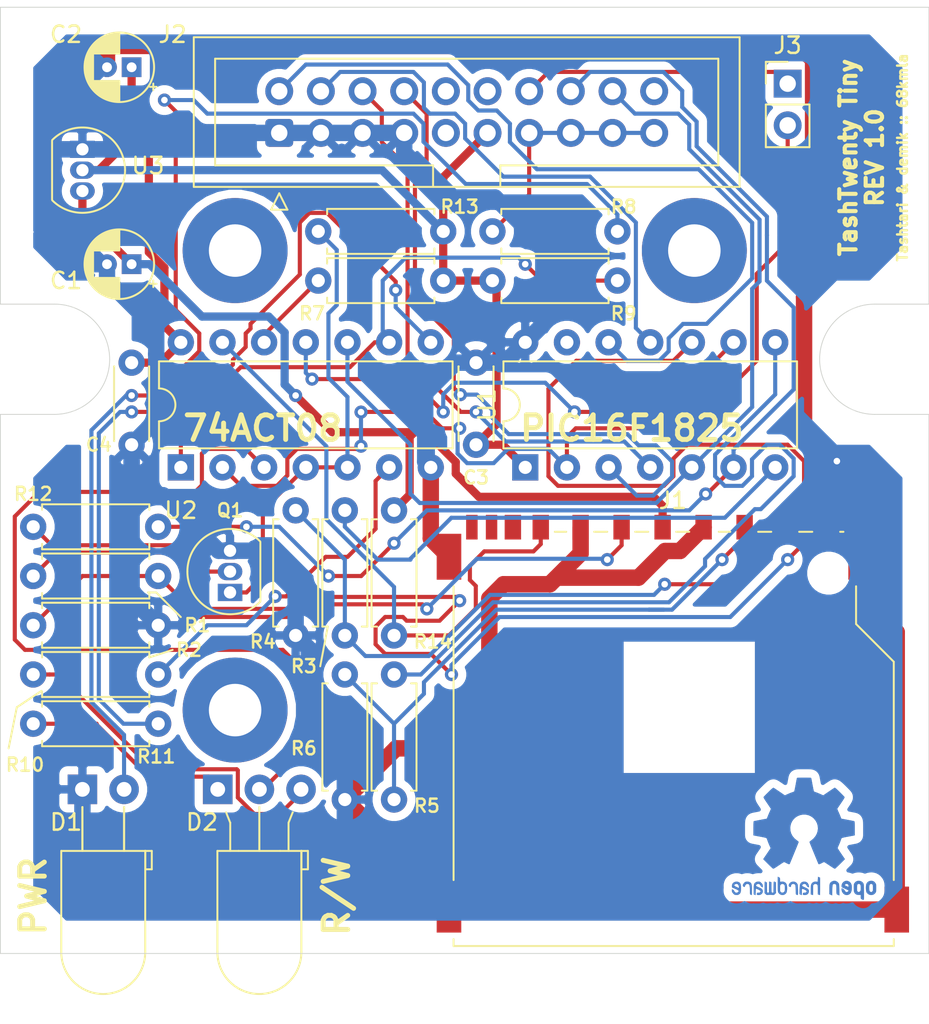
<source format=kicad_pcb>
(kicad_pcb (version 20171130) (host pcbnew "(5.1.12-1-10_14)")
  (title_block (title "TashTwenty Tiny") (date 2021-11-30) (rev 1.0) (company Lostwave) (comment 1 https://68kmla.org) (comment 2 https://68kmla.org/bb/index.php?threads/tashtwenty-single-chip-dcd-hard-disk-20-interface.39357/) (comment 3 https://github.com/demik/oldworld/tree/master/EDA/TashTwenty%20Tiny))
  (layers (0 F.Cu signal) (31 B.Cu signal) (34 B.Paste user) (35 F.Paste user) (36 B.SilkS user) (37 F.SilkS user) (38 B.Mask user) (39 F.Mask user) (44 Edge.Cuts user))
  (net 0 "")
  (net 1 /MMC_MISO_LV)
  (net 2 GND)
  (net 3 +3V3)
  (net 4 WR)
  (net 5 RD)
  (net 6 "Net-(J2-Pad14)")
  (net 7 PH3)
  (net 8 PH2)
  (net 9 PH1)
  (net 10 PH0)
  (net 11 +12V)
  (net 12 +5V)
  (net 13 ~ENABLE)
  (net 14 "Net-(Q1-Pad1)")
  (net 15 /MMC_MISO)
  (net 16 "Net-(D1-Pad2)")
  (net 17 "Net-(D2-Pad3)")
  (net 18 "Net-(D2-Pad1)")
  (net 19 /MMC_SCK_LV)
  (net 20 /MMC_MOSI_LV)
  (net 21 /~MMC_CS_LV)
  (net 22 "Net-(Q1-Pad2)")
  (net 23 /MMC_SCK)
  (net 24 /~MMC_CS)
  (net 25 /MMC_MOSI)
  (net 26 "Net-(R7-Pad2)")
  (net 27 "Net-(R9-Pad2)")
  (net 28 "Net-(R10-Pad2)")
  (net 29 "Net-(R11-Pad2)")
  (net 30 "Net-(D2-Pad2)")
  (module LED_THT:LED_D5.0mm_Horizontal_O3.81mm_Z3.0mm (layer F.Cu) (at 132 117)
    (fp_text reference D1 (at -1 2) (layer F.SilkS))
    (fp_text value LED)
    (pad 2 thru_hole circle (at 2.54 0) (size 1.8 1.8) (drill 0.9) (layers *.Cu *.Mask) (net 16 "Net-(D1-Pad2)"))
    (pad 1 thru_hole rect (at 0 0) (size 1.8 1.8) (drill 0.9) (layers *.Cu *.Mask) (net 2 GND))
  )
  (module LED_THT:LED_D5.0mm-3_Horizontal_O3.81mm_Z3.0mm (layer F.Cu) (at 140.25 117)
    (fp_text reference D2 (at -0.96 2) (layer F.SilkS))
    (fp_text value LED_Dual_ACA)
    (pad 1 thru_hole rect (at 0 0) (size 1.8 1.8) (drill 0.9) (layers *.Cu *.Mask) (net 18 "Net-(D2-Pad1)"))
    (pad 2 thru_hole circle (at 2.54 0) (size 1.8 1.8) (drill 0.9) (layers *.Cu *.Mask) (net 30 "Net-(D2-Pad2)"))
    (pad 3 thru_hole circle (at 5.08 0) (size 1.8 1.8) (drill 0.9) (layers *.Cu *.Mask) (net 17 "Net-(D2-Pad3)"))
  )
  (module Symbol:OSHW-Logo2_9.8x8mm_Copper (layer B.Cu) (at 176 120 180)
    (fp_text reference REF** hide)
    (fp_text value OSHW-Logo2_9.8x8mm_Copper hide)
    (fp_poly (pts (xy -3.231114 -2.584505) (xy -3.156461 -2.621727) (xy -3.090569 -2.690261) (xy -3.072423 -2.715648) (xy -3.052655 -2.748866) (xy -3.039828 -2.784945) (xy -3.03249 -2.833098) (xy -3.029187 -2.902536) (xy -3.028462 -2.994206) (xy -3.031737 -3.11983) (xy -3.043123 -3.214154) (xy -3.064959 -3.284523) (xy -3.099581 -3.338286) (xy -3.14933 -3.382788) (xy -3.152986 -3.385423) (xy -3.202015 -3.412377) (xy -3.261055 -3.425712) (xy -3.336141 -3.429) (xy -3.458205 -3.429) (xy -3.458256 -3.547497) (xy -3.459392 -3.613492) (xy -3.466314 -3.652202) (xy -3.484402 -3.675419) (xy -3.519038 -3.694933) (xy -3.527355 -3.69892) (xy -3.56628 -3.717603) (xy -3.596417 -3.729403) (xy -3.618826 -3.730422) (xy -3.634567 -3.716761) (xy -3.644698 -3.684522) (xy -3.650277 -3.629804) (xy -3.652365 -3.548711) (xy -3.652019 -3.437344) (xy -3.6503 -3.291802) (xy -3.649763 -3.248269) (xy -3.647828 -3.098205) (xy -3.646096 -3.000042) (xy -3.458308 -3.000042) (xy -3.457252 -3.083364) (xy -3.452562 -3.13788) (xy -3.441949 -3.173837) (xy -3.423128 -3.201482) (xy -3.41035 -3.214965) (xy -3.35811 -3.254417) (xy -3.311858 -3.257628) (xy -3.264133 -3.225049) (xy -3.262923 -3.223846) (xy -3.243506 -3.198668) (xy -3.231693 -3.164447) (xy -3.225735 -3.111748) (xy -3.22388 -3.031131) (xy -3.223846 -3.013271) (xy -3.22833 -2.902175) (xy -3.242926 -2.825161) (xy -3.26935 -2.778147) (xy -3.309317 -2.75705) (xy -3.332416 -2.754923) (xy -3.387238 -2.7649) (xy -3.424842 -2.797752) (xy -3.447477 -2.857857) (xy -3.457394 -2.949598) (xy -3.458308 -3.000042) (xy -3.646096 -3.000042) (xy -3.645778 -2.98206) (xy -3.643127 -2.894679) (xy -3.639394 -2.830905) (xy -3.634093 -2.785582) (xy -3.626742 -2.753555) (xy -3.616857 -2.729668) (xy -3.603954 -2.708764) (xy -3.598421 -2.700898) (xy -3.525031 -2.626595) (xy -3.43224 -2.584467) (xy -3.324904 -2.572722) (xy -3.231114 -2.584505)) (layer B.Cu) (width 0.01))
    (fp_poly (pts (xy -1.728336 -2.595089) (xy -1.665633 -2.631358) (xy -1.622039 -2.667358) (xy -1.590155 -2.705075) (xy -1.56819 -2.751199) (xy -1.554351 -2.812421) (xy -1.546847 -2.895431) (xy -1.543883 -3.006919) (xy -1.543539 -3.087062) (xy -1.543539 -3.382065) (xy -1.709615 -3.456515) (xy -1.719385 -3.133402) (xy -1.723421 -3.012729) (xy -1.727656 -2.925141) (xy -1.732903 -2.86465) (xy -1.739975 -2.825268) (xy -1.749689 -2.801007) (xy -1.762856 -2.78588) (xy -1.767081 -2.782606) (xy -1.831091 -2.757034) (xy -1.895792 -2.767153) (xy -1.934308 -2.794) (xy -1.949975 -2.813024) (xy -1.96082 -2.837988) (xy -1.967712 -2.875834) (xy -1.971521 -2.933502) (xy -1.973117 -3.017935) (xy -1.973385 -3.105928) (xy -1.973437 -3.216323) (xy -1.975328 -3.294463) (xy -1.981655 -3.347165) (xy -1.995017 -3.381242) (xy -2.018015 -3.403511) (xy -2.053246 -3.420787) (xy -2.100303 -3.438738) (xy -2.151697 -3.458278) (xy -2.145579 -3.111485) (xy -2.143116 -2.986468) (xy -2.140233 -2.894082) (xy -2.136102 -2.827881) (xy -2.129893 -2.78142) (xy -2.120774 -2.748256) (xy -2.107917 -2.721944) (xy -2.092416 -2.698729) (xy -2.017629 -2.624569) (xy -1.926372 -2.581684) (xy -1.827117 -2.571412) (xy -1.728336 -2.595089)) (layer B.Cu) (width 0.01))
    (fp_poly (pts (xy -3.983114 -2.587256) (xy -3.891536 -2.635409) (xy -3.823951 -2.712905) (xy -3.799943 -2.762727) (xy -3.781262 -2.837533) (xy -3.771699 -2.932052) (xy -3.770792 -3.03521) (xy -3.778079 -3.135935) (xy -3.793097 -3.223153) (xy -3.815385 -3.285791) (xy -3.822235 -3.296579) (xy -3.903368 -3.377105) (xy -3.999734 -3.425336) (xy -4.104299 -3.43945) (xy -4.210032 -3.417629) (xy -4.239457 -3.404547) (xy -4.296759 -3.364231) (xy -4.34705 -3.310775) (xy -4.351803 -3.303995) (xy -4.371122 -3.271321) (xy -4.383892 -3.236394) (xy -4.391436 -3.190414) (xy -4.395076 -3.124584) (xy -4.396135 -3.030105) (xy -4.396154 -3.008923) (xy -4.396106 -3.002182) (xy -4.200769 -3.002182) (xy -4.199632 -3.091349) (xy -4.195159 -3.15052) (xy -4.185754 -3.188741) (xy -4.169824 -3.215053) (xy -4.161692 -3.223846) (xy -4.114942 -3.257261) (xy -4.069553 -3.255737) (xy -4.02366 -3.226752) (xy -3.996288 -3.195809) (xy -3.980077 -3.150643) (xy -3.970974 -3.07942) (xy -3.970349 -3.071114) (xy -3.968796 -2.942037) (xy -3.985035 -2.846172) (xy -4.018848 -2.784107) (xy -4.070016 -2.756432) (xy -4.08828 -2.754923) (xy -4.13624 -2.762513) (xy -4.169047 -2.788808) (xy -4.189105 -2.839095) (xy -4.198822 -2.918664) (xy -4.200769 -3.002182) (xy -4.396106 -3.002182) (xy -4.395426 -2.908249) (xy -4.392371 -2.837906) (xy -4.385678 -2.789163) (xy -4.37404 -2.753288) (xy -4.356147 -2.721548) (xy -4.352192 -2.715648) (xy -4.285733 -2.636104) (xy -4.213315 -2.589929) (xy -4.125151 -2.571599) (xy -4.095213 -2.570703) (xy -3.983114 -2.587256)) (layer B.Cu) (width 0.01))
    (fp_poly (pts (xy -2.465746 -2.599745) (xy -2.388714 -2.651567) (xy -2.329184 -2.726412) (xy -2.293622 -2.821654) (xy -2.286429 -2.891756) (xy -2.287246 -2.921009) (xy -2.294086 -2.943407) (xy -2.312888 -2.963474) (xy -2.349592 -2.985733) (xy -2.410138 -3.014709) (xy -2.500466 -3.054927) (xy -2.500923 -3.055129) (xy -2.584067 -3.09321) (xy -2.652247 -3.127025) (xy -2.698495 -3.152933) (xy -2.715842 -3.167295) (xy -2.715846 -3.167411) (xy -2.700557 -3.198685) (xy -2.664804 -3.233157) (xy -2.623758 -3.25799) (xy -2.602963 -3.262923) (xy -2.54623 -3.245862) (xy -2.497373 -3.203133) (xy -2.473535 -3.156155) (xy -2.450603 -3.121522) (xy -2.405682 -3.082081) (xy -2.352877 -3.048009) (xy -2.30629 -3.02948) (xy -2.296548 -3.028462) (xy -2.285582 -3.045215) (xy -2.284921 -3.088039) (xy -2.29298 -3.145781) (xy -2.308173 -3.207289) (xy -2.328914 -3.261409) (xy -2.329962 -3.26351) (xy -2.392379 -3.35066) (xy -2.473274 -3.409939) (xy -2.565144 -3.439034) (xy -2.660487 -3.435634) (xy -2.751802 -3.397428) (xy -2.755862 -3.394741) (xy -2.827694 -3.329642) (xy -2.874927 -3.244705) (xy -2.901066 -3.133021) (xy -2.904574 -3.101643) (xy -2.910787 -2.953536) (xy -2.903339 -2.884468) (xy -2.715846 -2.884468) (xy -2.71341 -2.927552) (xy -2.700086 -2.940126) (xy -2.666868 -2.930719) (xy -2.614506 -2.908483) (xy -2.555976 -2.88061) (xy -2.554521 -2.879872) (xy -2.504911 -2.853777) (xy -2.485 -2.836363) (xy -2.48991 -2.818107) (xy -2.510584 -2.79412) (xy -2.563181 -2.759406) (xy -2.619823 -2.756856) (xy -2.670631 -2.782119) (xy -2.705724 -2.830847) (xy -2.715846 -2.884468) (xy -2.903339 -2.884468) (xy -2.898008 -2.835036) (xy -2.865222 -2.741055) (xy -2.819579 -2.675215) (xy -2.737198 -2.608681) (xy -2.646454 -2.575676) (xy -2.553815 -2.573573) (xy -2.465746 -2.599745)) (layer B.Cu) (width 0.01))
    (fp_poly (pts (xy -0.840154 -2.49212) (xy -0.834428 -2.57198) (xy -0.827851 -2.619039) (xy -0.818738 -2.639566) (xy -0.805402 -2.639829) (xy -0.801077 -2.637378) (xy -0.743556 -2.619636) (xy -0.668732 -2.620672) (xy -0.592661 -2.63891) (xy -0.545082 -2.662505) (xy -0.496298 -2.700198) (xy -0.460636 -2.742855) (xy -0.436155 -2.797057) (xy -0.420913 -2.869384) (xy -0.41297 -2.966419) (xy -0.410384 -3.094742) (xy -0.410338 -3.119358) (xy -0.410308 -3.39587) (xy -0.471839 -3.41732) (xy -0.515541 -3.431912) (xy -0.539518 -3.438706) (xy -0.540223 -3.438769) (xy -0.542585 -3.420345) (xy -0.544594 -3.369526) (xy -0.546099 -3.292993) (xy -0.546947 -3.19743) (xy -0.547077 -3.139329) (xy -0.547349 -3.024771) (xy -0.548748 -2.942667) (xy -0.552151 -2.886393) (xy -0.558433 -2.849326) (xy -0.568471 -2.824844) (xy -0.583139 -2.806325) (xy -0.592298 -2.797406) (xy -0.655211 -2.761466) (xy -0.723864 -2.758775) (xy -0.786152 -2.78917) (xy -0.797671 -2.800144) (xy -0.814567 -2.820779) (xy -0.826286 -2.845256) (xy -0.833767 -2.880647) (xy -0.837946 -2.934026) (xy -0.839763 -3.012466) (xy -0.840154 -3.120617) (xy -0.840154 -3.39587) (xy -0.901685 -3.41732) (xy -0.945387 -3.431912) (xy -0.969364 -3.438706) (xy -0.97007 -3.438769) (xy -0.971874 -3.420069) (xy -0.9735 -3.367322) (xy -0.974883 -3.285557) (xy -0.975958 -3.179805) (xy -0.97666 -3.055094) (xy -0.976923 -2.916455) (xy -0.976923 -2.381806) (xy -0.849923 -2.328236) (xy -0.840154 -2.49212)) (layer B.Cu) (width 0.01))
    (fp_poly (pts (xy 0.053501 -2.626303) (xy 0.13006 -2.654733) (xy 0.130936 -2.655279) (xy 0.178285 -2.690127) (xy 0.213241 -2.730852) (xy 0.237825 -2.783925) (xy 0.254062 -2.855814) (xy 0.263975 -2.952992) (xy 0.269586 -3.081928) (xy 0.270077 -3.100298) (xy 0.277141 -3.377287) (xy 0.217695 -3.408028) (xy 0.174681 -3.428802) (xy 0.14871 -3.438646) (xy 0.147509 -3.438769) (xy 0.143014 -3.420606) (xy 0.139444 -3.371612) (xy 0.137248 -3.300031) (xy 0.136769 -3.242068) (xy 0.136758 -3.14817) (xy 0.132466 -3.089203) (xy 0.117503 -3.061079) (xy 0.085482 -3.059706) (xy 0.030014 -3.080998) (xy -0.053731 -3.120136) (xy -0.115311 -3.152643) (xy -0.146983 -3.180845) (xy -0.156294 -3.211582) (xy -0.156308 -3.213104) (xy -0.140943 -3.266054) (xy -0.095453 -3.29466) (xy -0.025834 -3.298803) (xy 0.024313 -3.298084) (xy 0.050754 -3.312527) (xy 0.067243 -3.347218) (xy 0.076733 -3.391416) (xy 0.063057 -3.416493) (xy 0.057907 -3.420082) (xy 0.009425 -3.434496) (xy -0.058469 -3.436537) (xy -0.128388 -3.426983) (xy -0.177932 -3.409522) (xy -0.24643 -3.351364) (xy -0.285366 -3.270408) (xy -0.293077 -3.20716) (xy -0.287193 -3.150111) (xy -0.265899 -3.103542) (xy -0.223735 -3.062181) (xy -0.155241 -3.020755) (xy -0.054956 -2.973993) (xy -0.048846 -2.97135) (xy 0.04149 -2.929617) (xy 0.097235 -2.895391) (xy 0.121129 -2.864635) (xy 0.115913 -2.833311) (xy 0.084328 -2.797383) (xy 0.074883 -2.789116) (xy 0.011617 -2.757058) (xy -0.053936 -2.758407) (xy -0.111028 -2.789838) (xy -0.148907 -2.848024) (xy -0.152426 -2.859446) (xy -0.1867 -2.914837) (xy -0.230191 -2.941518) (xy -0.293077 -2.96796) (xy -0.293077 -2.899548) (xy -0.273948 -2.80011) (xy -0.217169 -2.708902) (xy -0.187622 -2.678389) (xy -0.120458 -2.639228) (xy -0.035044 -2.6215) (xy 0.053501 -2.626303)) (layer B.Cu) (width 0.01))
    (fp_poly (pts (xy 0.713362 -2.62467) (xy 0.802117 -2.657421) (xy 0.874022 -2.71535) (xy 0.902144 -2.756128) (xy 0.932802 -2.830954) (xy 0.932165 -2.885058) (xy 0.899987 -2.921446) (xy 0.888081 -2.927633) (xy 0.836675 -2.946925) (xy 0.810422 -2.941982) (xy 0.80153 -2.909587) (xy 0.801077 -2.891692) (xy 0.784797 -2.825859) (xy 0.742365 -2.779807) (xy 0.683388 -2.757564) (xy 0.617475 -2.763161) (xy 0.563895 -2.792229) (xy 0.545798 -2.80881) (xy 0.532971 -2.828925) (xy 0.524306 -2.859332) (xy 0.518696 -2.906788) (xy 0.515035 -2.97805) (xy 0.512215 -3.079875) (xy 0.511484 -3.112115) (xy 0.50882 -3.22241) (xy 0.505792 -3.300036) (xy 0.50125 -3.351396) (xy 0.494046 -3.38289) (xy 0.483033 -3.40092) (xy 0.46706 -3.411888) (xy 0.456834 -3.416733) (xy 0.413406 -3.433301) (xy 0.387842 -3.438769) (xy 0.379395 -3.420507) (xy 0.374239 -3.365296) (xy 0.372346 -3.272499) (xy 0.373689 -3.141478) (xy 0.374107 -3.121269) (xy 0.377058 -3.001733) (xy 0.380548 -2.914449) (xy 0.385514 -2.852591) (xy 0.392893 -2.809336) (xy 0.403624 -2.77786) (xy 0.418645 -2.751339) (xy 0.426502 -2.739975) (xy 0.471553 -2.689692) (xy 0.52194 -2.650581) (xy 0.528108 -2.647167) (xy 0.618458 -2.620212) (xy 0.713362 -2.62467)) (layer B.Cu) (width 0.01))
    (fp_poly (pts (xy 1.602081 -2.780289) (xy 1.601833 -2.92632) (xy 1.600872 -3.038655) (xy 1.598794 -3.122678) (xy 1.595193 -3.183769) (xy 1.589665 -3.227309) (xy 1.581804 -3.258679) (xy 1.571207 -3.283262) (xy 1.563182 -3.297294) (xy 1.496728 -3.373388) (xy 1.41247 -3.421084) (xy 1.319249 -3.438199) (xy 1.2259 -3.422546) (xy 1.170312 -3.394418) (xy 1.111957 -3.34576) (xy 1.072186 -3.286333) (xy 1.04819 -3.208507) (xy 1.037161 -3.104652) (xy 1.035599 -3.028462) (xy 1.035809 -3.022986) (xy 1.172308 -3.022986) (xy 1.173141 -3.110355) (xy 1.176961 -3.168192) (xy 1.185746 -3.206029) (xy 1.201474 -3.233398) (xy 1.220266 -3.254042) (xy 1.283375 -3.29389) (xy 1.351137 -3.297295) (xy 1.415179 -3.264025) (xy 1.420164 -3.259517) (xy 1.441439 -3.236067) (xy 1.454779 -3.208166) (xy 1.462001 -3.166641) (xy 1.464923 -3.102316) (xy 1.465385 -3.0312) (xy 1.464383 -2.941858) (xy 1.460238 -2.882258) (xy 1.451236 -2.843089) (xy 1.435667 -2.81504) (xy 1.422902 -2.800144) (xy 1.3636 -2.762575) (xy 1.295301 -2.758057) (xy 1.23011 -2.786753) (xy 1.217528 -2.797406) (xy 1.196111 -2.821063) (xy 1.182744 -2.849251) (xy 1.175566 -2.891245) (xy 1.172719 -2.956319) (xy 1.172308 -3.022986) (xy 1.035809 -3.022986) (xy 1.040322 -2.905765) (xy 1.056362 -2.813577) (xy 1.086528 -2.744269) (xy 1.133629 -2.690211) (xy 1.170312 -2.662505) (xy 1.23699 -2.632572) (xy 1.314272 -2.618678) (xy 1.38611 -2.622397) (xy 1.426308 -2.6374) (xy 1.442082 -2.64167) (xy 1.45255 -2.62575) (xy 1.459856 -2.583089) (xy 1.465385 -2.518106) (xy 1.471437 -2.445732) (xy 1.479844 -2.402187) (xy 1.495141 -2.377287) (xy 1.521864 -2.360845) (xy 1.538654 -2.353564) (xy 1.602154 -2.326963) (xy 1.602081 -2.780289)) (layer B.Cu) (width 0.01))
    (fp_poly (pts (xy 2.395929 -2.636662) (xy 2.398911 -2.688068) (xy 2.401247 -2.766192) (xy 2.402749 -2.864857) (xy 2.403231 -2.968343) (xy 2.403231 -3.318533) (xy 2.341401 -3.380363) (xy 2.298793 -3.418462) (xy 2.26139 -3.433895) (xy 2.21027 -3.432918) (xy 2.189978 -3.430433) (xy 2.126554 -3.4232) (xy 2.074095 -3.419055) (xy 2.061308 -3.418672) (xy 2.018199 -3.421176) (xy 1.956544 -3.427462) (xy 1.932638 -3.430433) (xy 1.873922 -3.435028) (xy 1.834464 -3.425046) (xy 1.795338 -3.394228) (xy 1.781215 -3.380363) (xy 1.719385 -3.318533) (xy 1.719385 -2.663503) (xy 1.76915 -2.640829) (xy 1.812002 -2.624034) (xy 1.837073 -2.618154) (xy 1.843501 -2.636736) (xy 1.849509 -2.688655) (xy 1.854697 -2.768172) (xy 1.858664 -2.869546) (xy 1.860577 -2.955192) (xy 1.865923 -3.292231) (xy 1.91256 -3.298825) (xy 1.954976 -3.294214) (xy 1.97576 -3.279287) (xy 1.98157 -3.251377) (xy 1.98653 -3.191925) (xy 1.990246 -3.108466) (xy 1.992324 -3.008532) (xy 1.992624 -2.957104) (xy 1.992923 -2.661054) (xy 2.054454 -2.639604) (xy 2.098004 -2.62502) (xy 2.121694 -2.618219) (xy 2.122377 -2.618154) (xy 2.124754 -2.636642) (xy 2.127366 -2.687906) (xy 2.129995 -2.765649) (xy 2.132421 -2.863574) (xy 2.134115 -2.955192) (xy 2.139461 -3.292231) (xy 2.256692 -3.292231) (xy 2.262072 -2.984746) (xy 2.267451 -2.677261) (xy 2.324601 -2.647707) (xy 2.366797 -2.627413) (xy 2.39177 -2.618204) (xy 2.392491 -2.618154) (xy 2.395929 -2.636662)) (layer B.Cu) (width 0.01))
    (fp_poly (pts (xy 2.887333 -2.633528) (xy 2.94359 -2.659117) (xy 2.987747 -2.690124) (xy 3.020101 -2.724795) (xy 3.042438 -2.76952) (xy 3.056546 -2.830692) (xy 3.064211 -2.914701) (xy 3.06722 -3.02794) (xy 3.067538 -3.102509) (xy 3.067538 -3.39342) (xy 3.017773 -3.416095) (xy 2.978576 -3.432667) (xy 2.959157 -3.438769) (xy 2.955442 -3.42061) (xy 2.952495 -3.371648) (xy 2.950691 -3.300153) (xy 2.950308 -3.243385) (xy 2.948661 -3.161371) (xy 2.944222 -3.096309) (xy 2.93774 -3.056467) (xy 2.93259 -3.048) (xy 2.897977 -3.056646) (xy 2.84364 -3.078823) (xy 2.780722 -3.108886) (xy 2.720368 -3.141192) (xy 2.673721 -3.170098) (xy 2.651926 -3.189961) (xy 2.651839 -3.190175) (xy 2.653714 -3.226935) (xy 2.670525 -3.262026) (xy 2.700039 -3.290528) (xy 2.743116 -3.300061) (xy 2.779932 -3.29895) (xy 2.832074 -3.298133) (xy 2.859444 -3.310349) (xy 2.875882 -3.342624) (xy 2.877955 -3.34871) (xy 2.885081 -3.394739) (xy 2.866024 -3.422687) (xy 2.816353 -3.436007) (xy 2.762697 -3.43847) (xy 2.666142 -3.42021) (xy 2.616159 -3.394131) (xy 2.554429 -3.332868) (xy 2.52169 -3.25767) (xy 2.518753 -3.178211) (xy 2.546424 -3.104167) (xy 2.588047 -3.057769) (xy 2.629604 -3.031793) (xy 2.694922 -2.998907) (xy 2.771038 -2.965557) (xy 2.783726 -2.960461) (xy 2.867333 -2.923565) (xy 2.91553 -2.891046) (xy 2.93103 -2.858718) (xy 2.91655 -2.822394) (xy 2.891692 -2.794) (xy 2.832939 -2.759039) (xy 2.768293 -2.756417) (xy 2.709008 -2.783358) (xy 2.666339 -2.837088) (xy 2.660739 -2.85095) (xy 2.628133 -2.901936) (xy 2.58053 -2.939787) (xy 2.520461 -2.97085) (xy 2.520461 -2.882768) (xy 2.523997 -2.828951) (xy 2.539156 -2.786534) (xy 2.572768 -2.741279) (xy 2.605035 -2.70642) (xy 2.655209 -2.657062) (xy 2.694193 -2.630547) (xy 2.736064 -2.619911) (xy 2.78346 -2.618154) (xy 2.887333 -2.633528)) (layer B.Cu) (width 0.01))
    (fp_poly (pts (xy 3.570807 -2.636782) (xy 3.594161 -2.646988) (xy 3.649902 -2.691134) (xy 3.697569 -2.754967) (xy 3.727048 -2.823087) (xy 3.731846 -2.85667) (xy 3.71576 -2.903556) (xy 3.680475 -2.928365) (xy 3.642644 -2.943387) (xy 3.625321 -2.946155) (xy 3.616886 -2.926066) (xy 3.60023 -2.882351) (xy 3.592923 -2.862598) (xy 3.551948 -2.794271) (xy 3.492622 -2.760191) (xy 3.416552 -2.761239) (xy 3.410918 -2.762581) (xy 3.370305 -2.781836) (xy 3.340448 -2.819375) (xy 3.320055 -2.879809) (xy 3.307836 -2.967751) (xy 3.3025 -3.087813) (xy 3.302 -3.151698) (xy 3.301752 -3.252403) (xy 3.300126 -3.321054) (xy 3.295801 -3.364673) (xy 3.287454 -3.390282) (xy 3.273765 -3.404903) (xy 3.253411 -3.415558) (xy 3.252234 -3.416095) (xy 3.213038 -3.432667) (xy 3.193619 -3.438769) (xy 3.190635 -3.420319) (xy 3.188081 -3.369323) (xy 3.18614 -3.292308) (xy 3.184997 -3.195805) (xy 3.184769 -3.125184) (xy 3.185932 -2.988525) (xy 3.190479 -2.884851) (xy 3.199999 -2.808108) (xy 3.216081 -2.752246) (xy 3.240313 -2.711212) (xy 3.274286 -2.678954) (xy 3.307833 -2.65644) (xy 3.388499 -2.626476) (xy 3.482381 -2.619718) (xy 3.570807 -2.636782)) (layer B.Cu) (width 0.01))
    (fp_poly (pts (xy 4.245224 -2.647838) (xy 4.322528 -2.698361) (xy 4.359814 -2.74359) (xy 4.389353 -2.825663) (xy 4.391699 -2.890607) (xy 4.386385 -2.977445) (xy 4.186115 -3.065103) (xy 4.088739 -3.109887) (xy 4.025113 -3.145913) (xy 3.992029 -3.177117) (xy 3.98628 -3.207436) (xy 4.004658 -3.240805) (xy 4.024923 -3.262923) (xy 4.083889 -3.298393) (xy 4.148024 -3.300879) (xy 4.206926 -3.273235) (xy 4.250197 -3.21832) (xy 4.257936 -3.198928) (xy 4.295006 -3.138364) (xy 4.337654 -3.112552) (xy 4.396154 -3.090471) (xy 4.396154 -3.174184) (xy 4.390982 -3.23115) (xy 4.370723 -3.279189) (xy 4.328262 -3.334346) (xy 4.321951 -3.341514) (xy 4.27472 -3.390585) (xy 4.234121 -3.41692) (xy 4.183328 -3.429035) (xy 4.14122 -3.433003) (xy 4.065902 -3.433991) (xy 4.012286 -3.421466) (xy 3.978838 -3.402869) (xy 3.926268 -3.361975) (xy 3.889879 -3.317748) (xy 3.86685 -3.262126) (xy 3.854359 -3.187047) (xy 3.849587 -3.084449) (xy 3.849206 -3.032376) (xy 3.850501 -2.969948) (xy 3.968471 -2.969948) (xy 3.969839 -3.003438) (xy 3.973249 -3.008923) (xy 3.995753 -3.001472) (xy 4.044182 -2.981753) (xy 4.108908 -2.953718) (xy 4.122443 -2.947692) (xy 4.204244 -2.906096) (xy 4.249312 -2.869538) (xy 4.259217 -2.835296) (xy 4.235526 -2.800648) (xy 4.21596 -2.785339) (xy 4.14536 -2.754721) (xy 4.07928 -2.75978) (xy 4.023959 -2.797151) (xy 3.985636 -2.863473) (xy 3.973349 -2.916116) (xy 3.968471 -2.969948) (xy 3.850501 -2.969948) (xy 3.85173 -2.91072) (xy 3.861032 -2.82071) (xy 3.87946 -2.755167) (xy 3.90936 -2.706912) (xy 3.95308 -2.668767) (xy 3.972141 -2.65644) (xy 4.058726 -2.624336) (xy 4.153522 -2.622316) (xy 4.245224 -2.647838)) (layer B.Cu) (width 0.01))
    (fp_poly (pts (xy 0.139878 3.712224) (xy 0.245612 3.711645) (xy 0.322132 3.710078) (xy 0.374372 3.707028) (xy 0.407263 3.702004) (xy 0.425737 3.694511) (xy 0.434727 3.684056) (xy 0.439163 3.670147) (xy 0.439594 3.668346) (xy 0.446333 3.635855) (xy 0.458808 3.571748) (xy 0.475719 3.482849) (xy 0.495771 3.375981) (xy 0.517664 3.257967) (xy 0.518429 3.253822) (xy 0.540359 3.138169) (xy 0.560877 3.035986) (xy 0.578659 2.953402) (xy 0.592381 2.896544) (xy 0.600718 2.871542) (xy 0.601116 2.871099) (xy 0.625677 2.85889) (xy 0.676315 2.838544) (xy 0.742095 2.814455) (xy 0.742461 2.814326) (xy 0.825317 2.783182) (xy 0.923 2.743509) (xy 1.015077 2.703619) (xy 1.019434 2.701647) (xy 1.169407 2.63358) (xy 1.501498 2.860361) (xy 1.603374 2.929496) (xy 1.695657 2.991303) (xy 1.773003 3.042267) (xy 1.830064 3.078873) (xy 1.861495 3.097606) (xy 1.864479 3.098996) (xy 1.887321 3.09281) (xy 1.929982 3.062965) (xy 1.994128 3.008053) (xy 2.081421 2.926666) (xy 2.170535 2.840078) (xy 2.256441 2.754753) (xy 2.333327 2.676892) (xy 2.396564 2.611303) (xy 2.441523 2.562795) (xy 2.463576 2.536175) (xy 2.464396 2.534805) (xy 2.466834 2.516537) (xy 2.45765 2.486705) (xy 2.434574 2.441279) (xy 2.395337 2.37623) (xy 2.33767 2.28753) (xy 2.260795 2.173343) (xy 2.19257 2.072838) (xy 2.131582 1.982697) (xy 2.081356 1.908151) (xy 2.045416 1.854435) (xy 2.027287 1.826782) (xy 2.026146 1.824905) (xy 2.028359 1.79841) (xy 2.045138 1.746914) (xy 2.073142 1.680149) (xy 2.083122 1.658828) (xy 2.126672 1.563841) (xy 2.173134 1.456063) (xy 2.210877 1.362808) (xy 2.238073 1.293594) (xy 2.259675 1.240994) (xy 2.272158 1.213503) (xy 2.273709 1.211384) (xy 2.296668 1.207876) (xy 2.350786 1.198262) (xy 2.428868 1.183911) (xy 2.523719 1.166193) (xy 2.628143 1.146475) (xy 2.734944 1.126126) (xy 2.836926 1.106514) (xy 2.926894 1.089009) (xy 2.997653 1.074978) (xy 3.042006 1.065791) (xy 3.052885 1.063193) (xy 3.064122 1.056782) (xy 3.072605 1.042303) (xy 3.078714 1.014867) (xy 3.082832 0.969589) (xy 3.085341 0.90158) (xy 3.086621 0.805953) (xy 3.087054 0.67782) (xy 3.087077 0.625299) (xy 3.087077 0.198155) (xy 2.9845 0.177909) (xy 2.927431 0.16693) (xy 2.842269 0.150905) (xy 2.739372 0.131767) (xy 2.629096 0.111449) (xy 2.598615 0.105868) (xy 2.496855 0.086083) (xy 2.408205 0.066627) (xy 2.340108 0.049303) (xy 2.300004 0.035912) (xy 2.293323 0.031921) (xy 2.276919 0.003658) (xy 2.253399 -0.051109) (xy 2.227316 -0.121588) (xy 2.222142 -0.136769) (xy 2.187956 -0.230896) (xy 2.145523 -0.337101) (xy 2.103997 -0.432473) (xy 2.103792 -0.432916) (xy 2.03464 -0.582525) (xy 2.489512 -1.251617) (xy 2.1975 -1.544116) (xy 2.10918 -1.63117) (xy 2.028625 -1.707909) (xy 1.96036 -1.770237) (xy 1.908908 -1.814056) (xy 1.878794 -1.83527) (xy 1.874474 -1.836616) (xy 1.849111 -1.826016) (xy 1.797358 -1.796547) (xy 1.724868 -1.751705) (xy 1.637294 -1.694984) (xy 1.542612 -1.631462) (xy 1.446516 -1.566668) (xy 1.360837 -1.510287) (xy 1.291016 -1.465788) (xy 1.242494 -1.436639) (xy 1.220782 -1.426308) (xy 1.194293 -1.43505) (xy 1.144062 -1.458087) (xy 1.080451 -1.490631) (xy 1.073708 -1.494249) (xy 0.988046 -1.53721) (xy 0.929306 -1.558279) (xy 0.892772 -1.558503) (xy 0.873731 -1.538928) (xy 0.87362 -1.538654) (xy 0.864102 -1.515472) (xy 0.841403 -1.460441) (xy 0.807282 -1.377822) (xy 0.7635 -1.271872) (xy 0.711816 -1.146852) (xy 0.653992 -1.00702) (xy 0.597991 -0.871637) (xy 0.536447 -0.722234) (xy 0.479939 -0.583832) (xy 0.430161 -0.460673) (xy 0.388806 -0.357002) (xy 0.357568 -0.277059) (xy 0.338141 -0.225088) (xy 0.332154 -0.205692) (xy 0.347168 -0.183443) (xy 0.386439 -0.147982) (xy 0.438807 -0.108887) (xy 0.587941 0.014755) (xy 0.704511 0.156478) (xy 0.787118 0.313296) (xy 0.834366 0.482225) (xy 0.844857 0.660278) (xy 0.837231 0.742461) (xy 0.795682 0.912969) (xy 0.724123 1.063541) (xy 0.626995 1.192691) (xy 0.508734 1.298936) (xy 0.37378 1.38079) (xy 0.226571 1.436768) (xy 0.071544 1.465385) (xy -0.086861 1.465156) (xy -0.244206 1.434595) (xy -0.396054 1.372218) (xy -0.537965 1.27654) (xy -0.597197 1.222428) (xy -0.710797 1.08348) (xy -0.789894 0.931639) (xy -0.835014 0.771333) (xy -0.846684 0.606988) (xy -0.825431 0.443029) (xy -0.77178 0.283882) (xy -0.68626 0.133975) (xy -0.569395 -0.002267) (xy -0.438807 -0.108887) (xy -0.384412 -0.149642) (xy -0.345986 -0.184718) (xy -0.332154 -0.205726) (xy -0.339397 -0.228635) (xy -0.359995 -0.283365) (xy -0.392254 -0.365672) (xy -0.434479 -0.471315) (xy -0.484977 -0.59605) (xy -0.542052 -0.735636) (xy -0.598146 -0.87167) (xy -0.660033 -1.021201) (xy -0.717356 -1.159767) (xy -0.768356 -1.283107) (xy -0.811273 -1.386964) (xy -0.844347 -1.46708) (xy -0.865819 -1.519195) (xy -0.873775 -1.538654) (xy -0.892571 -1.558423) (xy -0.928926 -1.558365) (xy -0.987521 -1.537441) (xy -1.073032 -1.494613) (xy -1.073708 -1.494249) (xy -1.138093 -1.461012) (xy -1.190139 -1.436802) (xy -1.219488 -1.426404) (xy -1.220783 -1.426308) (xy -1.242876 -1.436855) (xy -1.291652 -1.466184) (xy -1.361669 -1.510827) (xy -1.447486 -1.567314) (xy -1.542612 -1.631462) (xy -1.63946 -1.696411) (xy -1.726747 -1.752896) (xy -1.798819 -1.797421) (xy -1.850023 -1.82649) (xy -1.874474 -1.836616) (xy -1.89699 -1.823307) (xy -1.942258 -1.786112) (xy -2.005756 -1.729128) (xy -2.082961 -1.656449) (xy -2.169349 -1.572171) (xy -2.197601 -1.544016) (xy -2.489713 -1.251416) (xy -2.267369 -0.925104) (xy -2.199798 -0.824897) (xy -2.140493 -0.734963) (xy -2.092783 -0.66051) (xy -2.059993 -0.606751) (xy -2.045452 -0.578894) (xy -2.045026 -0.576912) (xy -2.052692 -0.550655) (xy -2.073311 -0.497837) (xy -2.103315 -0.42731) (xy -2.124375 -0.380093) (xy -2.163752 -0.289694) (xy -2.200835 -0.198366) (xy -2.229585 -0.1212) (xy -2.237395 -0.097692) (xy -2.259583 -0.034916) (xy -2.281273 0.013589) (xy -2.293187 0.031921) (xy -2.319477 0.043141) (xy -2.376858 0.059046) (xy -2.457882 0.077833) (xy -2.555105 0.097701) (xy -2.598615 0.105868) (xy -2.709104 0.126171) (xy -2.815084 0.14583) (xy -2.906199 0.162912) (xy -2.972092 0.175482) (xy -2.9845 0.177909) (xy -3.087077 0.198155) (xy -3.087077 0.625299) (xy -3.086847 0.765754) (xy -3.085901 0.872021) (xy -3.083859 0.948987) (xy -3.080338 1.00154) (xy -3.074957 1.034567) (xy -3.067334 1.052955) (xy -3.057088 1.061592) (xy -3.052885 1.063193) (xy -3.02753 1.068873) (xy -2.971516 1.080205) (xy -2.892036 1.095821) (xy -2.796288 1.114353) (xy -2.691467 1.134431) (xy -2.584768 1.154688) (xy -2.483387 1.173754) (xy -2.394521 1.190261) (xy -2.325363 1.202841) (xy -2.283111 1.210125) (xy -2.27371 1.211384) (xy -2.265193 1.228237) (xy -2.24634 1.27313) (xy -2.220676 1.33757) (xy -2.210877 1.362808) (xy -2.171352 1.460314) (xy -2.124808 1.568041) (xy -2.083123 1.658828) (xy -2.05245 1.728247) (xy -2.032044 1.78529) (xy -2.025232 1.820223) (xy -2.026318 1.824905) (xy -2.040715 1.847009) (xy -2.073588 1.896169) (xy -2.12141 1.967152) (xy -2.180652 2.054722) (xy -2.247785 2.153643) (xy -2.261059 2.17317) (xy -2.338954 2.28886) (xy -2.396213 2.376956) (xy -2.435119 2.441514) (xy -2.457956 2.486589) (xy -2.467006 2.516237) (xy -2.464552 2.534515) (xy -2.464489 2.534631) (xy -2.445173 2.558639) (xy -2.402449 2.605053) (xy -2.340949 2.669063) (xy -2.265302 2.745855) (xy -2.180139 2.830618) (xy -2.170535 2.840078) (xy -2.06321 2.944011) (xy -1.980385 3.020325) (xy -1.920395 3.070429) (xy -1.881577 3.09573) (xy -1.86448 3.098996) (xy -1.839527 3.08475) (xy -1.787745 3.051844) (xy -1.71448 3.003792) (xy -1.62508 2.94411) (xy -1.524889 2.876312) (xy -1.501499 2.860361) (xy -1.169407 2.63358) (xy -1.019435 2.701647) (xy -0.92823 2.741315) (xy -0.830331 2.781209) (xy -0.746169 2.813017) (xy -0.742462 2.814326) (xy -0.676631 2.838424) (xy -0.625884 2.8588) (xy -0.601158 2.871064) (xy -0.601116 2.871099) (xy -0.593271 2.893266) (xy -0.579934 2.947783) (xy -0.56243 3.02852) (xy -0.542083 3.12935) (xy -0.520218 3.244144) (xy -0.518429 3.253822) (xy -0.496496 3.372096) (xy -0.47636 3.479458) (xy -0.45932 3.569083) (xy -0.446672 3.634149) (xy -0.439716 3.667832) (xy -0.439594 3.668346) (xy -0.435361 3.682675) (xy -0.427129 3.693493) (xy -0.409967 3.701294) (xy -0.378942 3.706571) (xy -0.329122 3.709818) (xy -0.255576 3.711528) (xy -0.153371 3.712193) (xy -0.017575 3.712307) (xy 0 3.712308) (xy 0.139878 3.712224)) (layer B.Cu) (width 0.01))
  )
  (module Package_DIP:DIP-14_W7.62mm (layer F.Cu) (at 138 97.38 90)
    (fp_text reference U2 (at -2.62 0 180) (layer F.SilkS))
    (fp_text value 74ACT08)
    (pad 14 thru_hole oval (at 7.62 0 90) (size 1.6 1.6) (drill 0.8) (layers *.Cu *.Mask) (net 12 +5V))
    (pad 7 thru_hole oval (at 0 15.24 90) (size 1.6 1.6) (drill 0.8) (layers *.Cu *.Mask) (net 2 GND))
    (pad 13 thru_hole oval (at 7.62 2.54 90) (size 1.6 1.6) (drill 0.8) (layers *.Cu *.Mask) (net 1 /MMC_MISO_LV))
    (pad 6 thru_hole oval (at 0 12.7 90) (size 1.6 1.6) (drill 0.8) (layers *.Cu *.Mask) (net 28 "Net-(R10-Pad2)"))
    (pad 12 thru_hole oval (at 7.62 5.08 90) (size 1.6 1.6) (drill 0.8) (layers *.Cu *.Mask) (net 26 "Net-(R7-Pad2)"))
    (pad 5 thru_hole oval (at 0 10.16 90) (size 1.6 1.6) (drill 0.8) (layers *.Cu *.Mask) (net 14 "Net-(Q1-Pad1)"))
    (pad 11 thru_hole oval (at 7.62 7.62 90) (size 1.6 1.6) (drill 0.8) (layers *.Cu *.Mask) (net 15 /MMC_MISO))
    (pad 4 thru_hole oval (at 0 7.62 90) (size 1.6 1.6) (drill 0.8) (layers *.Cu *.Mask) (net 14 "Net-(Q1-Pad1)"))
    (pad 10 thru_hole oval (at 7.62 10.16 90) (size 1.6 1.6) (drill 0.8) (layers *.Cu *.Mask) (net 4 WR))
    (pad 3 thru_hole oval (at 0 5.08 90) (size 1.6 1.6) (drill 0.8) (layers *.Cu *.Mask) (net 30 "Net-(D2-Pad2)"))
    (pad 9 thru_hole oval (at 7.62 12.7 90) (size 1.6 1.6) (drill 0.8) (layers *.Cu *.Mask) (net 27 "Net-(R9-Pad2)"))
    (pad 2 thru_hole oval (at 0 2.54 90) (size 1.6 1.6) (drill 0.8) (layers *.Cu *.Mask) (net 13 ~ENABLE))
    (pad 8 thru_hole oval (at 7.62 15.24 90) (size 1.6 1.6) (drill 0.8) (layers *.Cu *.Mask) (net 29 "Net-(R11-Pad2)"))
    (pad 1 thru_hole rect (at 0 0 90) (size 1.6 1.6) (drill 0.8) (layers *.Cu *.Mask) (net 27 "Net-(R9-Pad2)"))
  )
  (module Capacitor_THT:C_Disc_D4.3mm_W1.9mm_P5.00mm (layer F.Cu) (at 135 91 270)
    (fp_text reference C4 (at 5 2 180) (layer F.SilkS) (effects (font (size 0.8 0.8))))
    (fp_text value 100nF)
    (pad 2 thru_hole circle (at 5 0 270) (size 1.6 1.6) (drill 0.8) (layers *.Cu *.Mask) (net 2 GND))
    (pad 1 thru_hole circle (at 0 0 270) (size 1.6 1.6) (drill 0.8) (layers *.Cu *.Mask) (net 12 +5V))
  )
  (module Capacitor_THT:C_Disc_D4.3mm_W1.9mm_P5.00mm (layer F.Cu) (at 156 91 270)
    (fp_text reference C3 (at 7 0 180) (layer F.SilkS) (effects (font (size 0.8 0.8))))
    (fp_text value 100nF)
    (pad 2 thru_hole circle (at 5 0 270) (size 1.6 1.6) (drill 0.8) (layers *.Cu *.Mask) (net 12 +5V))
    (pad 1 thru_hole circle (at 0 0 270) (size 1.6 1.6) (drill 0.8) (layers *.Cu *.Mask) (net 2 GND))
  )
  (module Resistor_THT:R_Axial_DIN0207_L6.3mm_D2.5mm_P7.62mm_Horizontal (layer F.Cu) (at 151 100 270)
    (fp_text reference R14 (at 8 -2.37 180) (layer F.SilkS) (effects (font (size 0.8 0.8))))
    (fp_text value 10k)
    (pad 2 thru_hole oval (at 7.62 0 270) (size 1.6 1.6) (drill 0.8) (layers *.Cu *.Mask) (net 1 /MMC_MISO_LV))
    (pad 1 thru_hole circle (at 0 0 270) (size 1.6 1.6) (drill 0.8) (layers *.Cu *.Mask) (net 3 +3V3))
  )
  (module Resistor_THT:R_Axial_DIN0207_L6.3mm_D2.5mm_P7.62mm_Horizontal (layer F.Cu) (at 154 83 180)
    (fp_text reference R13 (at -1 1.5) (layer F.SilkS) (effects (font (size 0.8 0.8))))
    (fp_text value 10k)
    (pad 2 thru_hole oval (at 7.62 0 180) (size 1.6 1.6) (drill 0.8) (layers *.Cu *.Mask) (net 14 "Net-(Q1-Pad1)"))
    (pad 1 thru_hole circle (at 0 0 180) (size 1.6 1.6) (drill 0.8) (layers *.Cu *.Mask) (net 12 +5V))
  )
  (module Resistor_THT:R_Axial_DIN0207_L6.3mm_D2.5mm_P7.62mm_Horizontal (layer F.Cu) (at 129 101)
    (fp_text reference R12 (at 0 -2) (layer F.SilkS) (effects (font (size 0.8 0.8))))
    (fp_text value 10k)
    (pad 2 thru_hole oval (at 7.62 0) (size 1.6 1.6) (drill 0.8) (layers *.Cu *.Mask) (net 5 RD))
    (pad 1 thru_hole circle (at 0 0) (size 1.6 1.6) (drill 0.8) (layers *.Cu *.Mask) (net 22 "Net-(Q1-Pad2)"))
  )
  (module Resistor_THT:R_Axial_DIN0207_L6.3mm_D2.5mm_P7.62mm_Horizontal (layer F.Cu) (at 129 113)
    (fp_text reference R11 (at 7.5 2) (layer F.SilkS) (effects (font (size 0.8 0.8))))
    (fp_text value 330)
    (pad 2 thru_hole oval (at 7.62 0) (size 1.6 1.6) (drill 0.8) (layers *.Cu *.Mask) (net 29 "Net-(R11-Pad2)"))
    (pad 1 thru_hole circle (at 0 0) (size 1.6 1.6) (drill 0.8) (layers *.Cu *.Mask) (net 18 "Net-(D2-Pad1)"))
  )
  (module Resistor_THT:R_Axial_DIN0207_L6.3mm_D2.5mm_P7.62mm_Horizontal (layer F.Cu) (at 129 110)
    (fp_text reference R10 (at -0.5 5.5) (layer F.SilkS) (effects (font (size 0.8 0.8))))
    (fp_text value 330)
    (pad 2 thru_hole oval (at 7.62 0) (size 1.6 1.6) (drill 0.8) (layers *.Cu *.Mask) (net 28 "Net-(R10-Pad2)"))
    (pad 1 thru_hole circle (at 0 0) (size 1.6 1.6) (drill 0.8) (layers *.Cu *.Mask) (net 17 "Net-(D2-Pad3)"))
  )
  (module Resistor_THT:R_Axial_DIN0207_L6.3mm_D2.5mm_P7.62mm_Horizontal (layer F.Cu) (at 157 86)
    (fp_text reference R9 (at 8 2) (layer F.SilkS) (effects (font (size 0.8 0.8))))
    (fp_text value 10k)
    (pad 2 thru_hole oval (at 7.62 0) (size 1.6 1.6) (drill 0.8) (layers *.Cu *.Mask) (net 27 "Net-(R9-Pad2)"))
    (pad 1 thru_hole circle (at 0 0) (size 1.6 1.6) (drill 0.8) (layers *.Cu *.Mask) (net 12 +5V))
  )
  (module Resistor_THT:R_Axial_DIN0207_L6.3mm_D2.5mm_P7.62mm_Horizontal (layer F.Cu) (at 157 83)
    (fp_text reference R8 (at 8 -1.5) (layer F.SilkS) (effects (font (size 0.8 0.8))))
    (fp_text value 1200)
    (pad 2 thru_hole oval (at 7.62 0) (size 1.6 1.6) (drill 0.8) (layers *.Cu *.Mask) (net 16 "Net-(D1-Pad2)"))
    (pad 1 thru_hole circle (at 0 0) (size 1.6 1.6) (drill 0.8) (layers *.Cu *.Mask) (net 11 +12V))
  )
  (module Resistor_THT:R_Axial_DIN0207_L6.3mm_D2.5mm_P7.62mm_Horizontal (layer F.Cu) (at 154 86 180)
    (fp_text reference R7 (at 8 -2) (layer F.SilkS) (effects (font (size 0.8 0.8))))
    (fp_text value 10k)
    (pad 2 thru_hole oval (at 7.62 0 180) (size 1.6 1.6) (drill 0.8) (layers *.Cu *.Mask) (net 26 "Net-(R7-Pad2)"))
    (pad 1 thru_hole circle (at 0 0 180) (size 1.6 1.6) (drill 0.8) (layers *.Cu *.Mask) (net 12 +5V))
  )
  (module Resistor_THT:R_Axial_DIN0207_L6.3mm_D2.5mm_P7.62mm_Horizontal (layer F.Cu) (at 148 110 270)
    (fp_text reference R6 (at 4.5 2.5 180) (layer F.SilkS) (effects (font (size 0.8 0.8))))
    (fp_text value 2200)
    (pad 2 thru_hole oval (at 7.62 0 270) (size 1.6 1.6) (drill 0.8) (layers *.Cu *.Mask) (net 2 GND))
    (pad 1 thru_hole circle (at 0 0 270) (size 1.6 1.6) (drill 0.8) (layers *.Cu *.Mask) (net 20 /MMC_MOSI_LV))
  )
  (module Resistor_THT:R_Axial_DIN0207_L6.3mm_D2.5mm_P7.62mm_Horizontal (layer F.Cu) (at 151 110 270)
    (fp_text reference R5 (at 8 -2 180) (layer F.SilkS) (effects (font (size 0.8 0.8))))
    (fp_text value 1200)
    (pad 2 thru_hole oval (at 7.62 0 270) (size 1.6 1.6) (drill 0.8) (layers *.Cu *.Mask) (net 20 /MMC_MOSI_LV))
    (pad 1 thru_hole circle (at 0 0 270) (size 1.6 1.6) (drill 0.8) (layers *.Cu *.Mask) (net 25 /MMC_MOSI))
  )
  (module Resistor_THT:R_Axial_DIN0207_L6.3mm_D2.5mm_P7.62mm_Horizontal (layer F.Cu) (at 145 100 270)
    (fp_text reference R4 (at 8 2 180) (layer F.SilkS) (effects (font (size 0.8 0.8))))
    (fp_text value 2200)
    (pad 2 thru_hole oval (at 7.62 0 270) (size 1.6 1.6) (drill 0.8) (layers *.Cu *.Mask) (net 2 GND))
    (pad 1 thru_hole circle (at 0 0 270) (size 1.6 1.6) (drill 0.8) (layers *.Cu *.Mask) (net 21 /~MMC_CS_LV))
  )
  (module Resistor_THT:R_Axial_DIN0207_L6.3mm_D2.5mm_P7.62mm_Horizontal (layer F.Cu) (at 148 100 270)
    (fp_text reference R3 (at 9.5 2.5 180) (layer F.SilkS) (effects (font (size 0.8 0.8))))
    (fp_text value 1200)
    (pad 2 thru_hole oval (at 7.62 0 270) (size 1.6 1.6) (drill 0.8) (layers *.Cu *.Mask) (net 21 /~MMC_CS_LV))
    (pad 1 thru_hole circle (at 0 0 270) (size 1.6 1.6) (drill 0.8) (layers *.Cu *.Mask) (net 24 /~MMC_CS))
  )
  (module Resistor_THT:R_Axial_DIN0207_L6.3mm_D2.5mm_P7.62mm_Horizontal (layer F.Cu) (at 129 107)
    (fp_text reference R2 (at 9.5 1.5) (layer F.SilkS) (effects (font (size 0.8 0.8))))
    (fp_text value 2200)
    (pad 2 thru_hole oval (at 7.62 0) (size 1.6 1.6) (drill 0.8) (layers *.Cu *.Mask) (net 2 GND))
    (pad 1 thru_hole circle (at 0 0) (size 1.6 1.6) (drill 0.8) (layers *.Cu *.Mask) (net 19 /MMC_SCK_LV))
  )
  (module Resistor_THT:R_Axial_DIN0207_L6.3mm_D2.5mm_P7.62mm_Horizontal (layer F.Cu) (at 129 104)
    (fp_text reference R1 (at 10 3) (layer F.SilkS) (effects (font (size 0.8 0.8))))
    (fp_text value 1200)
    (pad 2 thru_hole oval (at 7.62 0) (size 1.6 1.6) (drill 0.8) (layers *.Cu *.Mask) (net 19 /MMC_SCK_LV))
    (pad 1 thru_hole circle (at 0 0) (size 1.6 1.6) (drill 0.8) (layers *.Cu *.Mask) (net 23 /MMC_SCK))
  )
  (module Capacitor_THT:CP_Radial_D4.0mm_P1.50mm (layer F.Cu) (at 135 73 180)
    (fp_text reference C2 (at 4 2) (layer F.SilkS))
    (fp_text value 2.2uF)
    (pad 2 thru_hole circle (at 1.5 0 180) (size 1.2 1.2) (drill 0.6) (layers *.Cu *.Mask) (net 2 GND))
    (pad 1 thru_hole rect (at 0 0 180) (size 1.2 1.2) (drill 0.6) (layers *.Cu *.Mask) (net 12 +5V))
  )
  (module Capacitor_THT:CP_Radial_D4.0mm_P1.50mm (layer F.Cu) (at 135 85 180)
    (fp_text reference C1 (at 4 -1) (layer F.SilkS))
    (fp_text value 2.2uF)
    (pad 2 thru_hole circle (at 1.5 0 180) (size 1.2 1.2) (drill 0.6) (layers *.Cu *.Mask) (net 2 GND))
    (pad 1 thru_hole rect (at 0 0 180) (size 1.2 1.2) (drill 0.6) (layers *.Cu *.Mask) (net 3 +3V3))
  )
  (module Package_TO_SOT_THT:TO-92_Inline (layer F.Cu) (at 132 78 270)
    (fp_text reference U3 (at 1 -4 180) (layer F.SilkS))
    (fp_text value MCP1700-3302E_TO92)
    (pad 1 thru_hole rect (at 0 0 270) (size 1.05 1.5) (drill 0.75) (layers *.Cu *.Mask) (net 2 GND))
    (pad 3 thru_hole oval (at 2.54 0 270) (size 1.05 1.5) (drill 0.75) (layers *.Cu *.Mask) (net 3 +3V3))
    (pad 2 thru_hole oval (at 1.27 0 270) (size 1.05 1.5) (drill 0.75) (layers *.Cu *.Mask) (net 12 +5V))
  )
  (module Package_DIP:DIP-14_W7.62mm (layer F.Cu) (at 159 97.38 90)
    (fp_text reference U1 (at 3.81 -2.33 90) (layer F.SilkS))
    (fp_text value PIC16F1825-IP)
    (pad 14 thru_hole oval (at 7.62 0 90) (size 1.6 1.6) (drill 0.8) (layers *.Cu *.Mask) (net 2 GND))
    (pad 7 thru_hole oval (at 0 15.24 90) (size 1.6 1.6) (drill 0.8) (layers *.Cu *.Mask) (net 24 /~MMC_CS))
    (pad 13 thru_hole oval (at 7.62 2.54 90) (size 1.6 1.6) (drill 0.8) (layers *.Cu *.Mask))
    (pad 6 thru_hole oval (at 0 12.7 90) (size 1.6 1.6) (drill 0.8) (layers *.Cu *.Mask) (net 5 RD))
    (pad 12 thru_hole oval (at 7.62 5.08 90) (size 1.6 1.6) (drill 0.8) (layers *.Cu *.Mask) (net 10 PH0))
    (pad 5 thru_hole oval (at 0 10.16 90) (size 1.6 1.6) (drill 0.8) (layers *.Cu *.Mask) (net 4 WR))
    (pad 11 thru_hole oval (at 7.62 7.62 90) (size 1.6 1.6) (drill 0.8) (layers *.Cu *.Mask) (net 9 PH1))
    (pad 4 thru_hole oval (at 0 7.62 90) (size 1.6 1.6) (drill 0.8) (layers *.Cu *.Mask) (net 8 PH2))
    (pad 10 thru_hole oval (at 7.62 10.16 90) (size 1.6 1.6) (drill 0.8) (layers *.Cu *.Mask) (net 23 /MMC_SCK))
    (pad 3 thru_hole oval (at 0 5.08 90) (size 1.6 1.6) (drill 0.8) (layers *.Cu *.Mask) (net 7 PH3))
    (pad 9 thru_hole oval (at 7.62 12.7 90) (size 1.6 1.6) (drill 0.8) (layers *.Cu *.Mask) (net 15 /MMC_MISO))
    (pad 2 thru_hole oval (at 0 2.54 90) (size 1.6 1.6) (drill 0.8) (layers *.Cu *.Mask) (net 13 ~ENABLE))
    (pad 8 thru_hole oval (at 7.62 15.24 90) (size 1.6 1.6) (drill 0.8) (layers *.Cu *.Mask) (net 25 /MMC_MOSI))
    (pad 1 thru_hole rect (at 0 0 90) (size 1.6 1.6) (drill 0.8) (layers *.Cu *.Mask) (net 12 +5V))
  )
  (module Package_TO_SOT_THT:TO-92_Inline (layer F.Cu) (at 141 105 90)
    (fp_text reference Q1 (at 5 0 180) (layer F.SilkS) (effects (font (size 0.8 0.8))))
    (fp_text value BC337)
    (pad 1 thru_hole rect (at 0 0 90) (size 1.05 1.5) (drill 0.75) (layers *.Cu *.Mask) (net 14 "Net-(Q1-Pad1)"))
    (pad 3 thru_hole oval (at 2.54 0 90) (size 1.05 1.5) (drill 0.75) (layers *.Cu *.Mask) (net 2 GND))
    (pad 2 thru_hole oval (at 1.27 0 90) (size 1.05 1.5) (drill 0.75) (layers *.Cu *.Mask) (net 22 "Net-(Q1-Pad2)"))
  )
  (module Connector_PinHeader_2.54mm:PinHeader_1x02_P2.54mm_Vertical (layer F.Cu) (at 175 74)
    (fp_text reference J3 (at 0 -2.33) (layer F.SilkS))
    (fp_text value Conn_01x02)
    (pad 2 thru_hole oval (at 0 2.54) (size 1.7 1.7) (drill 1) (layers *.Cu *.Mask) (net 13 ~ENABLE))
    (pad 1 thru_hole rect (at 0 0) (size 1.7 1.7) (drill 1) (layers *.Cu *.Mask) (net 6 "Net-(J2-Pad14)"))
  )
  (module Connector_IDC:IDC-Header_2x10_P2.54mm_Vertical (layer F.Cu) (at 144 77 90)
    (fp_text reference J2 (at 6 -6.5 180) (layer F.SilkS))
    (fp_text value IDC20)
    (pad 20 thru_hole circle (at 2.54 22.86 90) (size 1.7 1.7) (drill 1) (layers *.Cu *.Mask))
    (pad 18 thru_hole circle (at 2.54 20.32 90) (size 1.7 1.7) (drill 1) (layers *.Cu *.Mask) (net 4 WR))
    (pad 16 thru_hole circle (at 2.54 17.78 90) (size 1.7 1.7) (drill 1) (layers *.Cu *.Mask) (net 5 RD))
    (pad 14 thru_hole circle (at 2.54 15.24 90) (size 1.7 1.7) (drill 1) (layers *.Cu *.Mask) (net 6 "Net-(J2-Pad14)"))
    (pad 12 thru_hole circle (at 2.54 12.7 90) (size 1.7 1.7) (drill 1) (layers *.Cu *.Mask))
    (pad 10 thru_hole circle (at 2.54 10.16 90) (size 1.7 1.7) (drill 1) (layers *.Cu *.Mask))
    (pad 8 thru_hole circle (at 2.54 7.62 90) (size 1.7 1.7) (drill 1) (layers *.Cu *.Mask) (net 7 PH3))
    (pad 6 thru_hole circle (at 2.54 5.08 90) (size 1.7 1.7) (drill 1) (layers *.Cu *.Mask) (net 8 PH2))
    (pad 4 thru_hole circle (at 2.54 2.54 90) (size 1.7 1.7) (drill 1) (layers *.Cu *.Mask) (net 9 PH1))
    (pad 2 thru_hole circle (at 2.54 0 90) (size 1.7 1.7) (drill 1) (layers *.Cu *.Mask) (net 10 PH0))
    (pad 19 thru_hole circle (at 0 22.86 90) (size 1.7 1.7) (drill 1) (layers *.Cu *.Mask) (net 11 +12V))
    (pad 17 thru_hole circle (at 0 20.32 90) (size 1.7 1.7) (drill 1) (layers *.Cu *.Mask) (net 11 +12V))
    (pad 15 thru_hole circle (at 0 17.78 90) (size 1.7 1.7) (drill 1) (layers *.Cu *.Mask) (net 11 +12V))
    (pad 13 thru_hole circle (at 0 15.24 90) (size 1.7 1.7) (drill 1) (layers *.Cu *.Mask) (net 11 +12V))
    (pad 11 thru_hole circle (at 0 12.7 90) (size 1.7 1.7) (drill 1) (layers *.Cu *.Mask) (net 12 +5V))
    (pad 9 thru_hole circle (at 0 10.16 90) (size 1.7 1.7) (drill 1) (layers *.Cu *.Mask))
    (pad 7 thru_hole circle (at 0 7.62 90) (size 1.7 1.7) (drill 1) (layers *.Cu *.Mask) (net 2 GND))
    (pad 5 thru_hole circle (at 0 5.08 90) (size 1.7 1.7) (drill 1) (layers *.Cu *.Mask) (net 2 GND))
    (pad 3 thru_hole circle (at 0 2.54 90) (size 1.7 1.7) (drill 1) (layers *.Cu *.Mask) (net 2 GND))
    (pad 1 thru_hole roundrect (at 0 0 90) (size 1.7 1.7) (drill 1) (layers *.Cu *.Mask) (roundrect_rratio 0.147059) (net 2 GND))
  )
  (module Connector_Card:SD_TE_2041021 (layer F.Cu) (at 168 113)
    (fp_text reference J1 (at 0 -13.6) (layer F.SilkS))
    (fp_text value SD_Card)
    (pad 12 smd rect (at -13.65 -10.175) (size 1.5 2.8) (layers F.Cu F.Paste F.Mask) (net 2 GND))
    (pad 12 smd rect (at -13.65 11.325) (size 1.5 2.8) (layers F.Cu F.Paste F.Mask) (net 2 GND))
    (pad 12 smd rect (at 13.65 11.325) (size 1.5 2.8) (layers F.Cu F.Paste F.Mask) (net 2 GND))
    (pad 12 smd rect (at 11.45 -10.175) (size 1.5 2.8) (layers F.Cu F.Paste F.Mask) (net 2 GND))
    (pad "" np_thru_hole circle (at -11.5 -9.175) (size 1.1 1.1) (drill 1.1) (layers *.Cu *.Mask))
    (pad "" np_thru_hole circle (at 9.5 -9.175) (size 1.6 1.6) (drill 1.6) (layers *.Cu *.Mask))
    (pad 11 smd rect (at -12.255 -11.975) (size 0.7 1.5) (layers F.Cu F.Paste F.Mask))
    (pad 10 smd rect (at -11.055 -11.975) (size 0.7 1.5) (layers F.Cu F.Paste F.Mask))
    (pad 9 smd rect (at 9.375 -11.975) (size 1 1.5) (layers F.Cu F.Paste F.Mask))
    (pad 8 smd rect (at -9.755 -11.975) (size 1 1.5) (layers F.Cu F.Paste F.Mask))
    (pad 7 smd rect (at -8.055 -11.975) (size 1 1.5) (layers F.Cu F.Paste F.Mask) (net 1 /MMC_MISO_LV))
    (pad 6 smd rect (at -5.625 -11.975) (size 1 1.5) (layers F.Cu F.Paste F.Mask) (net 2 GND))
    (pad 5 smd rect (at -3.125 -11.975) (size 1 1.5) (layers F.Cu F.Paste F.Mask) (net 19 /MMC_SCK_LV))
    (pad 4 smd rect (at -0.625 -11.975) (size 1 1.5) (layers F.Cu F.Paste F.Mask) (net 3 +3V3))
    (pad 3 smd rect (at 1.875 -11.975) (size 1 1.5) (layers F.Cu F.Paste F.Mask) (net 2 GND))
    (pad 2 smd rect (at 4.375 -11.975) (size 1 1.5) (layers F.Cu F.Paste F.Mask) (net 20 /MMC_MOSI_LV))
    (pad 1 smd rect (at 6.875 -11.975) (size 1 1.5) (layers F.Cu F.Paste F.Mask) (net 21 /~MMC_CS_LV))
  )
  (module MountingHole:MountingHole_3.2mm_M3_Pad (layer F.Cu) (at 141.31 112.17)
    (fp_text reference H3 hide)
    (fp_text value M3)
    (pad 1 thru_hole circle (at 0 0) (size 6.4 6.4) (drill 3.2) (layers *.Cu *.Mask))
  )
  (module MountingHole:MountingHole_3.2mm_M3_Pad (layer F.Cu) (at 169.31 84.17)
    (fp_text reference H2 hide)
    (fp_text value M3)
    (pad 1 thru_hole circle (at 0 0) (size 6.4 6.4) (drill 3.2) (layers *.Cu *.Mask))
  )
  (module MountingHole:MountingHole_3.2mm_M3_Pad (layer F.Cu) (at 141.31 84.17)
    (fp_text reference H1 hide)
    (fp_text value M3)
    (pad 1 thru_hole circle (at 0 0) (size 6.4 6.4) (drill 3.2) (layers *.Cu *.Mask))
  )
  (gr_line (start 137.5 108.5) (end 136.08 108.96) (layer F.SilkS) (width 0.12))
  (gr_line (start 128 112) (end 129.5 111) (layer F.SilkS) (width 0.12))
  (gr_line (start 127.5 114.5) (end 128 112) (layer F.SilkS) (width 0.12))
  (gr_text "Tashtari & demik :: 68kmla" (at 182 78.5 90) (layer F.SilkS) (effects (font (size 0.6 0.6))))
  (gr_text "TashTwenty Tiny\nREV 1.0" (at 179.5 78.5 90) (layer F.SilkS) (effects (font (size 1 1) (thickness 0.25))))
  (gr_line (start 146.5 109.5) (end 146.96 107.08) (layer F.SilkS) (width 0.12))
  (gr_line (start 136.5 105) (end 136 105) (layer F.SilkS) (width 0.12))
  (gr_line (start 138 106.5) (end 136.5 105) (layer F.SilkS) (width 0.12))
  (gr_text R/W (at 147.5 123.5 90) (layer F.SilkS) (effects (font (size 1.5 1.5) (thickness 0.3))))
  (gr_text PWR (at 129 123.5 90) (layer F.SilkS) (effects (font (size 1.5 1.5) (thickness 0.3))))
  (gr_text PIC16F1825 (at 165.5 95) (layer F.SilkS) (effects (font (size 1.5 1.5) (thickness 0.3))))
  (gr_text 74ACT08 (at 143 95) (layer F.SilkS) (effects (font (size 1.5 1.5) (thickness 0.3))))
  (gr_line (start 183.61 127) (end 127 127) (layer Edge.Cuts) (width 0.05))
  (gr_line (start 127 127) (end 127 94.15) (layer Edge.Cuts) (width 0.05))
  (gr_line (start 183.61 127) (end 183.61 94.15) (layer Edge.Cuts) (width 0.05))
  (gr_line (start 180.308 94.15) (end 183.61 94.15) (layer Edge.Cuts) (width 0.05))
  (gr_line (start 127 94.15) (end 130.302 94.15) (layer Edge.Cuts) (width 0.05))
  (gr_arc (start 130.302 90.792) (end 130.302 94.15) (angle -180) (layer Edge.Cuts) (width 0.05))
  (gr_arc (start 180.308 90.792) (end 180.308 87.434) (angle -180) (layer Edge.Cuts) (width 0.05))
  (gr_line (start 127 87.434) (end 130.302 87.434) (layer Edge.Cuts) (width 0.05))
  (gr_line (start 180.308 87.434) (end 183.61 87.434) (layer Edge.Cuts) (width 0.05))
  (gr_line (start 127 87.434) (end 127 69.344) (layer Edge.Cuts) (width 0.05))
  (gr_line (start 183.61 87.434) (end 183.61 69.344) (layer Edge.Cuts) (width 0.05))
  (gr_line (start 183.61 69.344) (end 127 69.344) (layer Edge.Cuts) (width 0.05))
  (segment (start 143.89 93.11) (end 140.54 89.76) (width 0.25) (layer B.Cu) (net 1))
  (segment (start 146.874999 96.094999) (end 143.89 93.11) (width 0.25) (layer B.Cu) (net 1))
  (segment (start 151 104.665002) (end 146.874999 100.540001) (width 0.25) (layer B.Cu) (net 1))
  (segment (start 146.874999 100.540001) (end 146.874999 96.094999) (width 0.25) (layer B.Cu) (net 1))
  (segment (start 151 107.62) (end 151 104.665002) (width 0.25) (layer B.Cu) (net 1))
  (segment (start 154.35 107.62) (end 151 107.62) (width 0.25) (layer F.Cu) (net 1))
  (segment (start 155.985 104.605002) (end 155.985 105.985) (width 0.25) (layer F.Cu) (net 1))
  (segment (start 155.985 105.985) (end 154.35 107.62) (width 0.25) (layer F.Cu) (net 1))
  (segment (start 155.624999 104.245001) (end 155.985 104.605002) (width 0.25) (layer F.Cu) (net 1))
  (segment (start 159.945 101.025) (end 159.945 102.055) (width 0.25) (layer F.Cu) (net 1))
  (segment (start 155.624999 103.375001) (end 155.624999 104.245001) (width 0.25) (layer F.Cu) (net 1))
  (segment (start 159.5 102.5) (end 156.5 102.5) (width 0.25) (layer F.Cu) (net 1))
  (segment (start 159.945 102.055) (end 159.5 102.5) (width 0.25) (layer F.Cu) (net 1))
  (segment (start 156.5 102.5) (end 155.624999 103.375001) (width 0.25) (layer F.Cu) (net 1))
  (segment (start 133.5 73.285002) (end 133.5 73) (width 0.25) (layer B.Cu) (net 2))
  (segment (start 133.5 84.714998) (end 133.5 85) (width 0.25) (layer B.Cu) (net 2))
  (segment (start 147.38 117.62) (end 148 117.62) (width 0.25) (layer B.Cu) (net 2))
  (segment (start 145 105.46) (end 145 107.62) (width 0.25) (layer B.Cu) (net 2))
  (segment (start 142 102.46) (end 145 105.46) (width 0.25) (layer B.Cu) (net 2))
  (segment (start 141 102.46) (end 142 102.46) (width 0.25) (layer B.Cu) (net 2))
  (via (at 178 97) (size 0.8) (drill 0.4) (layers F.Cu B.Cu) (net 2))
  (segment (start 147 124) (end 134 124) (width 1) (layer B.Cu) (net 2))
  (segment (start 148 123) (end 147 124) (width 1) (layer B.Cu) (net 2))
  (segment (start 148 117.62) (end 148 123) (width 1) (layer B.Cu) (net 2))
  (segment (start 132 78) (end 130 78) (width 1) (layer B.Cu) (net 2))
  (segment (start 130 78) (end 130 82.83326) (width 1) (layer B.Cu) (net 2))
  (segment (start 132.16674 85) (end 133.5 85) (width 1) (layer B.Cu) (net 2))
  (segment (start 130 82.83326) (end 132.16674 85) (width 1) (layer B.Cu) (net 2))
  (segment (start 130 78) (end 130 74.16674) (width 1) (layer B.Cu) (net 2))
  (segment (start 131.16674 73) (end 133.5 73) (width 1) (layer B.Cu) (net 2))
  (segment (start 130 74.16674) (end 131.16674 73) (width 1) (layer B.Cu) (net 2))
  (segment (start 136.539998 77) (end 135.539998 78) (width 1) (layer B.Cu) (net 2))
  (segment (start 135.539998 78) (end 132 78) (width 1) (layer B.Cu) (net 2))
  (segment (start 144 77) (end 136.539998 77) (width 1) (layer B.Cu) (net 2))
  (segment (start 151.62 77) (end 149.08 77) (width 1) (layer B.Cu) (net 2))
  (segment (start 149.08 77) (end 146.54 77) (width 1) (layer B.Cu) (net 2))
  (segment (start 146.54 77) (end 144 77) (width 1) (layer B.Cu) (net 2))
  (segment (start 133.839999 71.699999) (end 175.699999 71.699999) (width 1) (layer F.Cu) (net 2))
  (segment (start 133.5 72.039998) (end 133.839999 71.699999) (width 1) (layer F.Cu) (net 2))
  (segment (start 133.5 73) (end 133.5 72.039998) (width 1) (layer F.Cu) (net 2))
  (segment (start 176.550001 72.550001) (end 176.550001 86.449999) (width 1) (layer F.Cu) (net 2))
  (segment (start 175.699999 71.699999) (end 176.550001 72.550001) (width 1) (layer F.Cu) (net 2))
  (segment (start 176.550001 86.449999) (end 176 87) (width 1) (layer F.Cu) (net 2))
  (segment (start 176 95) (end 178 97) (width 1) (layer F.Cu) (net 2))
  (segment (start 176 87) (end 176 95) (width 1) (layer F.Cu) (net 2))
  (segment (start 179.45 98.45) (end 179.45 102.825) (width 1) (layer F.Cu) (net 2))
  (segment (start 178 97) (end 179.45 98.45) (width 1) (layer F.Cu) (net 2))
  (segment (start 179.45 105.225) (end 181.65 107.425) (width 1) (layer F.Cu) (net 2))
  (segment (start 181.65 107.425) (end 181.65 124.325) (width 1) (layer F.Cu) (net 2))
  (segment (start 179.45 102.825) (end 179.45 105.225) (width 1) (layer F.Cu) (net 2))
  (segment (start 181.65 124.325) (end 154.35 124.325) (width 1) (layer F.Cu) (net 2))
  (segment (start 154.35 123.97) (end 148 117.62) (width 1) (layer F.Cu) (net 2))
  (segment (start 154.35 124.325) (end 154.35 123.97) (width 1) (layer F.Cu) (net 2))
  (segment (start 157.76 91) (end 159 89.76) (width 1) (layer B.Cu) (net 2))
  (segment (start 156 91) (end 157.76 91) (width 1) (layer B.Cu) (net 2))
  (segment (start 151.62 78.202081) (end 151.62 77) (width 1) (layer B.Cu) (net 2))
  (segment (start 154.357429 80.93951) (end 151.62 78.202081) (width 1) (layer B.Cu) (net 2))
  (segment (start 157.159512 80.93951) (end 154.357429 80.93951) (width 1) (layer B.Cu) (net 2))
  (segment (start 160.100013 83.880011) (end 157.159512 80.93951) (width 1) (layer B.Cu) (net 2))
  (segment (start 160.100013 88.659987) (end 160.100013 83.880011) (width 1) (layer B.Cu) (net 2))
  (segment (start 159 89.76) (end 160.100013 88.659987) (width 1) (layer B.Cu) (net 2))
  (segment (start 152.899999 97.039999) (end 153.24 97.38) (width 1) (layer B.Cu) (net 2))
  (segment (start 152.899999 92.860303) (end 152.899999 97.039999) (width 1) (layer B.Cu) (net 2))
  (segment (start 154.760302 91) (end 152.899999 92.860303) (width 1) (layer B.Cu) (net 2))
  (segment (start 156 91) (end 154.760302 91) (width 1) (layer B.Cu) (net 2))
  (segment (start 136.62 107) (end 135 105.38) (width 1) (layer B.Cu) (net 2))
  (segment (start 140.300002 102.46) (end 141 102.46) (width 1) (layer B.Cu) (net 2))
  (segment (start 135 96) (end 135 97.159998) (width 1) (layer B.Cu) (net 2))
  (segment (start 145 104.857304) (end 145 107.62) (width 1) (layer B.Cu) (net 2))
  (segment (start 142.602696 102.46) (end 145 104.857304) (width 1) (layer B.Cu) (net 2))
  (segment (start 141 102.46) (end 142.602696 102.46) (width 1) (layer B.Cu) (net 2))
  (segment (start 135.079999 99.079999) (end 135 99) (width 1) (layer B.Cu) (net 2))
  (segment (start 136.920001 99.079999) (end 135.079999 99.079999) (width 1) (layer B.Cu) (net 2))
  (segment (start 135 105.38) (end 135 99) (width 1) (layer B.Cu) (net 2))
  (segment (start 135 99) (end 135 96) (width 1) (layer B.Cu) (net 2))
  (segment (start 136.920001 99.079999) (end 140.300002 102.46) (width 1) (layer B.Cu) (net 2))
  (segment (start 136.499999 88.960001) (end 133.5 85.960002) (width 1) (layer B.Cu) (net 2))
  (segment (start 136.499999 90.480001) (end 136.499999 88.960001) (width 1) (layer B.Cu) (net 2))
  (segment (start 136.500001 90.480003) (end 136.499999 90.480001) (width 1) (layer B.Cu) (net 2))
  (segment (start 136.500001 94.499999) (end 136.500001 90.480003) (width 1) (layer B.Cu) (net 2))
  (segment (start 133.5 85.960002) (end 133.5 85) (width 1) (layer B.Cu) (net 2))
  (segment (start 135 96) (end 136.500001 94.499999) (width 1) (layer B.Cu) (net 2))
  (segment (start 153.24 101.715) (end 153.24 97.38) (width 1) (layer F.Cu) (net 2))
  (segment (start 154.35 102.825) (end 153.24 101.715) (width 1) (layer F.Cu) (net 2))
  (segment (start 160.5 104.5) (end 157.675002 104.5) (width 1) (layer F.Cu) (net 2))
  (segment (start 161.471999 103.528001) (end 160.5 104.5) (width 1) (layer F.Cu) (net 2))
  (segment (start 156.81001 105.364992) (end 156.810009 106.326731) (width 1) (layer F.Cu) (net 2))
  (segment (start 157.675002 104.5) (end 156.81001 105.364992) (width 1) (layer F.Cu) (net 2))
  (segment (start 156.810009 106.326731) (end 156.810009 110.189991) (width 1) (layer F.Cu) (net 2))
  (segment (start 156.810009 110.189991) (end 152.5 114.5) (width 1) (layer F.Cu) (net 2))
  (segment (start 151.12 114.5) (end 148 117.62) (width 1) (layer F.Cu) (net 2))
  (segment (start 152.5 114.5) (end 151.12 114.5) (width 1) (layer F.Cu) (net 2))
  (segment (start 162.375 102.625) (end 160.5 104.5) (width 1) (layer F.Cu) (net 2))
  (segment (start 162.375 101.025) (end 162.375 102.625) (width 1) (layer F.Cu) (net 2))
  (segment (start 160.899999 104.100001) (end 160.5 104.5) (width 1) (layer F.Cu) (net 2))
  (segment (start 165.899999 104.100001) (end 160.899999 104.100001) (width 1) (layer F.Cu) (net 2))
  (segment (start 168.435001 102.475001) (end 167.524999 102.475001) (width 1) (layer F.Cu) (net 2))
  (segment (start 169.875 101.035002) (end 168.435001 102.475001) (width 1) (layer F.Cu) (net 2))
  (segment (start 167.524999 102.475001) (end 165.899999 104.100001) (width 1) (layer F.Cu) (net 2))
  (segment (start 169.875 101.025) (end 169.875 101.035002) (width 1) (layer F.Cu) (net 2))
  (segment (start 134 124) (end 132 122) (width 1) (layer B.Cu) (net 2))
  (segment (start 132 122) (end 132 117) (width 1) (layer B.Cu) (net 2))
  (segment (start 148 117.62) (end 148 114) (width 1) (layer B.Cu) (net 2))
  (segment (start 145.799999 108.419999) (end 145 107.62) (width 1) (layer B.Cu) (net 2))
  (segment (start 145.799999 111.799999) (end 145.799999 108.419999) (width 1) (layer B.Cu) (net 2))
  (segment (start 148 114) (end 145.799999 111.799999) (width 1) (layer B.Cu) (net 2))
  (segment (start 132 82) (end 135 85) (width 0.5) (layer F.Cu) (net 3))
  (segment (start 132 80.54) (end 132 82) (width 0.5) (layer F.Cu) (net 3))
  (segment (start 151.950001 95.524997) (end 152.237499 95.237499) (width 0.5) (layer F.Cu) (net 3))
  (segment (start 151.950001 99.049999) (end 151.950001 95.524997) (width 0.5) (layer F.Cu) (net 3))
  (segment (start 151 100) (end 151.950001 99.049999) (width 0.5) (layer F.Cu) (net 3))
  (segment (start 167.375 99.725) (end 167.375 101.025) (width 0.5) (layer F.Cu) (net 3))
  (segment (start 154.762501 97.052499) (end 154.762501 97.762501) (width 0.5) (layer F.Cu) (net 3))
  (segment (start 156.175 99.175) (end 166.825 99.175) (width 0.5) (layer F.Cu) (net 3))
  (segment (start 154.762501 97.762501) (end 156.175 99.175) (width 0.5) (layer F.Cu) (net 3))
  (segment (start 152.947501 95.237499) (end 154.762501 97.052499) (width 0.5) (layer F.Cu) (net 3))
  (segment (start 166.825 99.175) (end 167.375 99.725) (width 0.5) (layer F.Cu) (net 3))
  (segment (start 152.237499 95.237499) (end 152.947501 95.237499) (width 0.5) (layer F.Cu) (net 3))
  (segment (start 136.1 85) (end 139.289999 88.189999) (width 0.5) (layer B.Cu) (net 3))
  (segment (start 135 85) (end 136.1 85) (width 0.5) (layer B.Cu) (net 3))
  (via (at 145 93) (size 0.8) (drill 0.4) (layers F.Cu B.Cu) (net 3))
  (segment (start 147.237499 95.237499) (end 145 93) (width 0.5) (layer F.Cu) (net 3))
  (segment (start 147.762501 95.237499) (end 147.237499 95.237499) (width 0.5) (layer F.Cu) (net 3))
  (segment (start 152.237499 95.237499) (end 147.762501 95.237499) (width 0.5) (layer F.Cu) (net 3))
  (segment (start 144.330001 89.159999) (end 143.360001 88.189999) (width 0.5) (layer B.Cu) (net 3))
  (segment (start 143.360001 88.189999) (end 139.289999 88.189999) (width 0.5) (layer B.Cu) (net 3))
  (segment (start 144.330001 92.330001) (end 144.330001 89.159999) (width 0.5) (layer B.Cu) (net 3))
  (segment (start 145 93) (end 144.330001 92.330001) (width 0.5) (layer B.Cu) (net 3))
  (segment (start 169.16 97.38) (end 168.034999 98.505001) (width 0.25) (layer B.Cu) (net 4))
  (segment (start 152 96) (end 148.16 92.16) (width 0.25) (layer B.Cu) (net 4))
  (segment (start 148.16 92.16) (end 148.16 89.76) (width 0.25) (layer B.Cu) (net 4))
  (segment (start 152.562178 99.54999) (end 152.012188 99) (width 0.25) (layer B.Cu) (net 4))
  (segment (start 152 99) (end 152 96) (width 0.25) (layer B.Cu) (net 4))
  (segment (start 166.99001 99.54999) (end 152.562178 99.54999) (width 0.25) (layer B.Cu) (net 4))
  (segment (start 152.012188 99) (end 152 99) (width 0.25) (layer B.Cu) (net 4))
  (segment (start 169.16 97.38) (end 166.99001 99.54999) (width 0.25) (layer B.Cu) (net 4))
  (segment (start 165.684999 75.824999) (end 164.32 74.46) (width 0.25) (layer B.Cu) (net 4))
  (segment (start 169 78) (end 169 76.5) (width 0.25) (layer B.Cu) (net 4))
  (segment (start 173.285011 86.048401) (end 173.28501 82.28501) (width 0.25) (layer B.Cu) (net 4))
  (segment (start 168.324999 75.824999) (end 165.684999 75.824999) (width 0.25) (layer B.Cu) (net 4))
  (segment (start 169 76.5) (end 168.324999 75.824999) (width 0.25) (layer B.Cu) (net 4))
  (segment (start 172.835001 86.498411) (end 173.285011 86.048401) (width 0.25) (layer B.Cu) (net 4))
  (segment (start 173.28501 82.28501) (end 169 78) (width 0.25) (layer B.Cu) (net 4))
  (segment (start 172.835001 93.704999) (end 172.835001 86.498411) (width 0.25) (layer B.Cu) (net 4))
  (segment (start 169.16 97.38) (end 172.835001 93.704999) (width 0.25) (layer B.Cu) (net 4))
  (via (at 170 99) (size 0.8) (drill 0.4) (layers F.Cu B.Cu) (net 5))
  (segment (start 170.08 99) (end 171.7 97.38) (width 0.25) (layer F.Cu) (net 5))
  (segment (start 170 99) (end 170.08 99) (width 0.25) (layer F.Cu) (net 5))
  (segment (start 139.46 101) (end 136.62 101) (width 0.25) (layer F.Cu) (net 5))
  (via (at 151 102) (size 0.8) (drill 0.4) (layers F.Cu B.Cu) (net 5))
  (segment (start 149 104) (end 147 104) (width 0.25) (layer F.Cu) (net 5))
  (via (at 147 104) (size 0.8) (drill 0.4) (layers F.Cu B.Cu) (net 5))
  (segment (start 151 102) (end 149 104) (width 0.25) (layer F.Cu) (net 5))
  (via (at 142 101) (size 0.8) (drill 0.4) (layers F.Cu B.Cu) (net 5))
  (segment (start 142 101) (end 139.46 101) (width 0.25) (layer F.Cu) (net 5))
  (segment (start 170 99) (end 169 100) (width 0.25) (layer B.Cu) (net 5))
  (segment (start 169 100) (end 153 100) (width 0.25) (layer B.Cu) (net 5))
  (segment (start 153 100) (end 151 102) (width 0.25) (layer B.Cu) (net 5))
  (segment (start 147 104) (end 144 101) (width 0.25) (layer B.Cu) (net 5))
  (segment (start 144 101) (end 142 101) (width 0.25) (layer B.Cu) (net 5))
  (segment (start 162.955001 73.284999) (end 161.78 74.46) (width 0.25) (layer B.Cu) (net 5))
  (segment (start 167.424001 73.284999) (end 162.955001 73.284999) (width 0.25) (layer B.Cu) (net 5))
  (segment (start 169.450009 76.313599) (end 168.569501 75.433091) (width 0.25) (layer B.Cu) (net 5))
  (segment (start 169.45001 77.8136) (end 169.450009 76.313599) (width 0.25) (layer B.Cu) (net 5))
  (segment (start 173.735019 82.098609) (end 169.45001 77.8136) (width 0.25) (layer B.Cu) (net 5))
  (segment (start 171.7 97.38) (end 171.7 96.3) (width 0.25) (layer B.Cu) (net 5))
  (segment (start 173.735021 83.235021) (end 173.735019 83.235019) (width 0.25) (layer B.Cu) (net 5))
  (segment (start 175.365001 92.634999) (end 175.365001 87.634999) (width 0.25) (layer B.Cu) (net 5))
  (segment (start 173.735021 86.005019) (end 173.735021 83.235021) (width 0.25) (layer B.Cu) (net 5))
  (segment (start 168.569501 75.433091) (end 168.569501 74.430499) (width 0.25) (layer B.Cu) (net 5))
  (segment (start 168.569501 74.430499) (end 167.424001 73.284999) (width 0.25) (layer B.Cu) (net 5))
  (segment (start 175.365001 87.634999) (end 173.735021 86.005019) (width 0.25) (layer B.Cu) (net 5))
  (segment (start 171.7 96.3) (end 175.365001 92.634999) (width 0.25) (layer B.Cu) (net 5))
  (segment (start 173.735019 83.235019) (end 173.735019 82.098609) (width 0.25) (layer B.Cu) (net 5))
  (segment (start 160.415001 73.284999) (end 159.24 74.46) (width 0.25) (layer F.Cu) (net 6))
  (segment (start 174.284999 73.284999) (end 160.415001 73.284999) (width 0.25) (layer F.Cu) (net 6))
  (segment (start 175 74) (end 174.284999 73.284999) (width 0.25) (layer F.Cu) (net 6))
  (segment (start 151.62 74.46) (end 152.984999 75.824999) (width 0.25) (layer F.Cu) (net 7))
  (segment (start 152.984999 79.015001) (end 152.275011 79.724989) (width 0.25) (layer F.Cu) (net 7))
  (segment (start 154.644556 92.546235) (end 155.044555 92.946234) (width 0.25) (layer F.Cu) (net 7))
  (segment (start 152.275011 87.130009) (end 154.644556 89.499554) (width 0.25) (layer F.Cu) (net 7))
  (segment (start 152.275011 79.724989) (end 152.275011 87.130009) (width 0.25) (layer F.Cu) (net 7))
  (segment (start 152.984999 75.824999) (end 152.984999 79.015001) (width 0.25) (layer F.Cu) (net 7))
  (segment (start 154.644556 89.499554) (end 154.644556 92.546235) (width 0.25) (layer F.Cu) (net 7))
  (via (at 155.044555 92.946234) (size 0.8) (drill 0.4) (layers F.Cu B.Cu) (net 7))
  (segment (start 167.951795 97.024797) (end 167.951795 97.951795) (width 0.25) (layer B.Cu) (net 7))
  (segment (start 167.951795 97.951795) (end 166.80361 99.09998) (width 0.25) (layer B.Cu) (net 7))
  (segment (start 165.79998 99.09998) (end 164.08 97.38) (width 0.25) (layer B.Cu) (net 7))
  (segment (start 166.80361 99.09998) (end 165.79998 99.09998) (width 0.25) (layer B.Cu) (net 7))
  (segment (start 155.044555 92.946234) (end 156.053766 92.946234) (width 0.25) (layer B.Cu) (net 7))
  (segment (start 156.053766 92.946234) (end 157 93.892468) (width 0.25) (layer B.Cu) (net 7))
  (segment (start 157 93.892468) (end 157 94.363597) (width 0.25) (layer B.Cu) (net 7))
  (segment (start 157 94.363597) (end 157.991382 95.354979) (width 0.25) (layer B.Cu) (net 7))
  (segment (start 165.912911 96.036501) (end 166.963499 96.036501) (width 0.25) (layer B.Cu) (net 7))
  (segment (start 165.23139 95.35498) (end 165.912911 96.036501) (width 0.25) (layer B.Cu) (net 7))
  (segment (start 157.991382 95.354979) (end 165.23139 95.35498) (width 0.25) (layer B.Cu) (net 7))
  (segment (start 166.963499 96.036501) (end 167.951795 97.024797) (width 0.25) (layer B.Cu) (net 7))
  (segment (start 151.825001 79.134001) (end 150.255001 77.564001) (width 0.25) (layer F.Cu) (net 8))
  (segment (start 150.255001 75.635001) (end 149.08 74.46) (width 0.25) (layer F.Cu) (net 8))
  (segment (start 156.000004 94.000011) (end 155.073013 94.000011) (width 0.25) (layer F.Cu) (net 8))
  (segment (start 155.073013 94.000011) (end 151.825001 90.751999) (width 0.25) (layer F.Cu) (net 8))
  (segment (start 151.825001 90.751999) (end 151.825001 79.134001) (width 0.25) (layer F.Cu) (net 8))
  (via (at 156.000004 94.000011) (size 0.8) (drill 0.4) (layers F.Cu B.Cu) (net 8))
  (segment (start 150.255001 77.564001) (end 150.255001 75.635001) (width 0.25) (layer F.Cu) (net 8))
  (segment (start 156.000004 94.000011) (end 157.804982 95.804989) (width 0.25) (layer B.Cu) (net 8))
  (segment (start 165.044989 95.804989) (end 165.12 95.88) (width 0.25) (layer B.Cu) (net 8))
  (segment (start 157.804982 95.804989) (end 165.044989 95.804989) (width 0.25) (layer B.Cu) (net 8))
  (segment (start 166.62 97.38) (end 165.12 95.88) (width 0.25) (layer B.Cu) (net 8))
  (segment (start 165.745001 88.885001) (end 166.62 89.76) (width 0.25) (layer B.Cu) (net 9))
  (segment (start 152.820411 75.470409) (end 153.175001 75.824999) (width 0.25) (layer B.Cu) (net 9))
  (segment (start 157.66449 79.66449) (end 162.949492 79.66449) (width 0.25) (layer B.Cu) (net 9))
  (segment (start 155.335001 77.335001) (end 157.66449 79.66449) (width 0.25) (layer B.Cu) (net 9))
  (segment (start 154.724001 75.824999) (end 155.335001 76.435999) (width 0.25) (layer B.Cu) (net 9))
  (segment (start 153.175001 75.824999) (end 154.724001 75.824999) (width 0.25) (layer B.Cu) (net 9))
  (segment (start 155.335001 76.435999) (end 155.335001 77.335001) (width 0.25) (layer B.Cu) (net 9))
  (segment (start 152.820411 73.921409) (end 152.820411 75.470409) (width 0.25) (layer B.Cu) (net 9))
  (segment (start 152.184001 73.284999) (end 152.820411 73.921409) (width 0.25) (layer B.Cu) (net 9))
  (segment (start 162.949492 79.66449) (end 165.745001 82.459999) (width 0.25) (layer B.Cu) (net 9))
  (segment (start 165.745001 82.459999) (end 165.745001 88.885001) (width 0.25) (layer B.Cu) (net 9))
  (segment (start 147.715001 73.284999) (end 152.184001 73.284999) (width 0.25) (layer B.Cu) (net 9))
  (segment (start 146.54 74.46) (end 147.715001 73.284999) (width 0.25) (layer B.Cu) (net 9))
  (segment (start 145.62501 72.83499) (end 144 74.46) (width 0.25) (layer B.Cu) (net 10))
  (segment (start 154.273992 72.83499) (end 145.62501 72.83499) (width 0.25) (layer B.Cu) (net 10))
  (segment (start 155.524999 74.085997) (end 154.273992 72.83499) (width 0.25) (layer B.Cu) (net 10))
  (segment (start 156.135999 75.635001) (end 155.524999 75.024001) (width 0.25) (layer B.Cu) (net 10))
  (segment (start 157.264001 75.635001) (end 156.135999 75.635001) (width 0.25) (layer B.Cu) (net 10))
  (segment (start 158.064999 76.435999) (end 157.264001 75.635001) (width 0.25) (layer B.Cu) (net 10))
  (segment (start 159.715478 79.21448) (end 158.064999 77.564001) (width 0.25) (layer B.Cu) (net 10))
  (segment (start 172.835001 85.862001) (end 172.835001 82.477999) (width 0.25) (layer B.Cu) (net 10))
  (segment (start 169.571482 79.21448) (end 159.715478 79.21448) (width 0.25) (layer B.Cu) (net 10))
  (segment (start 172.835001 82.477999) (end 169.571482 79.21448) (width 0.25) (layer B.Cu) (net 10))
  (segment (start 170.062003 88.634999) (end 172.835001 85.862001) (width 0.25) (layer B.Cu) (net 10))
  (segment (start 167.745001 89.509997) (end 168.619999 88.634999) (width 0.25) (layer B.Cu) (net 10))
  (segment (start 155.524999 75.024001) (end 155.524999 74.085997) (width 0.25) (layer B.Cu) (net 10))
  (segment (start 167.745001 90.300001) (end 167.745001 89.509997) (width 0.25) (layer B.Cu) (net 10))
  (segment (start 168.619999 88.634999) (end 170.062003 88.634999) (width 0.25) (layer B.Cu) (net 10))
  (segment (start 167.160001 90.885001) (end 167.745001 90.300001) (width 0.25) (layer B.Cu) (net 10))
  (segment (start 165.205001 90.885001) (end 167.160001 90.885001) (width 0.25) (layer B.Cu) (net 10))
  (segment (start 158.064999 77.564001) (end 158.064999 76.435999) (width 0.25) (layer B.Cu) (net 10))
  (segment (start 164.08 89.76) (end 165.205001 90.885001) (width 0.25) (layer B.Cu) (net 10))
  (segment (start 166.86 77) (end 164.32 77) (width 0.25) (layer B.Cu) (net 11))
  (segment (start 164.32 77) (end 161.78 77) (width 0.25) (layer B.Cu) (net 11))
  (segment (start 161.78 77) (end 159.24 77) (width 0.25) (layer B.Cu) (net 11))
  (segment (start 159.24 80.76) (end 157 83) (width 0.25) (layer F.Cu) (net 11))
  (segment (start 159.24 77) (end 159.24 80.76) (width 0.25) (layer F.Cu) (net 11))
  (segment (start 135 77.27) (end 135 73) (width 0.5) (layer F.Cu) (net 12))
  (segment (start 136.76 91) (end 138 89.76) (width 0.5) (layer F.Cu) (net 12))
  (segment (start 135 91) (end 136.76 91) (width 0.5) (layer F.Cu) (net 12))
  (segment (start 157.62 96) (end 159 97.38) (width 0.5) (layer F.Cu) (net 12))
  (segment (start 156 96) (end 157.62 96) (width 0.5) (layer F.Cu) (net 12))
  (segment (start 154 86) (end 157 86) (width 0.5) (layer F.Cu) (net 12))
  (segment (start 156.7 77) (end 154 79.7) (width 0.5) (layer F.Cu) (net 12))
  (segment (start 154 86) (end 154 83) (width 0.5) (layer F.Cu) (net 12))
  (segment (start 154 83) (end 154 79.7) (width 0.5) (layer F.Cu) (net 12))
  (segment (start 133 79.27) (end 135 77.27) (width 0.5) (layer F.Cu) (net 12))
  (segment (start 132 79.27) (end 133 79.27) (width 0.5) (layer F.Cu) (net 12))
  (segment (start 150.27 79.27) (end 132 79.27) (width 0.5) (layer B.Cu) (net 12))
  (segment (start 154 83) (end 150.27 79.27) (width 0.5) (layer B.Cu) (net 12))
  (segment (start 157.250001 94.749999) (end 156 96) (width 0.5) (layer F.Cu) (net 12))
  (segment (start 157.250001 86.250001) (end 157.250001 94.749999) (width 0.5) (layer F.Cu) (net 12))
  (segment (start 157 86) (end 157.250001 86.250001) (width 0.5) (layer F.Cu) (net 12))
  (segment (start 136.050001 84.264999) (end 136.050001 78.320001) (width 0.5) (layer F.Cu) (net 12))
  (segment (start 136.050001 78.320001) (end 135 77.27) (width 0.5) (layer F.Cu) (net 12))
  (segment (start 137 85.214998) (end 136.050001 84.264999) (width 0.5) (layer F.Cu) (net 12))
  (segment (start 137 88.76) (end 137 85.214998) (width 0.5) (layer F.Cu) (net 12))
  (segment (start 138 89.76) (end 137 88.76) (width 0.5) (layer F.Cu) (net 12))
  (segment (start 162.08141 95) (end 161.54 95.54141) (width 0.25) (layer F.Cu) (net 13))
  (segment (start 161.54 95.54141) (end 161.54 97.38) (width 0.25) (layer F.Cu) (net 13))
  (segment (start 169 95) (end 162.08141 95) (width 0.25) (layer F.Cu) (net 13))
  (segment (start 173.114999 90.885001) (end 169 95) (width 0.25) (layer F.Cu) (net 13))
  (segment (start 173.114999 85.582003) (end 173.114999 90.885001) (width 0.25) (layer F.Cu) (net 13))
  (segment (start 175 83.697002) (end 173.114999 85.582003) (width 0.25) (layer F.Cu) (net 13))
  (segment (start 175 76.54) (end 175 83.697002) (width 0.25) (layer F.Cu) (net 13))
  (segment (start 160.414999 96.254999) (end 157.939999 96.254999) (width 0.25) (layer B.Cu) (net 13))
  (segment (start 161.54 97.38) (end 160.414999 96.254999) (width 0.25) (layer B.Cu) (net 13))
  (via (at 148.987347 94.012653) (size 0.8) (drill 0.4) (layers F.Cu B.Cu) (net 13))
  (via (at 140.54 97.38) (size 0.8) (drill 0.4) (layers F.Cu B.Cu) (net 13))
  (segment (start 143.858589 98.505001) (end 141.665001 98.505001) (width 0.25) (layer F.Cu) (net 13))
  (segment (start 141.665001 98.505001) (end 140.54 97.38) (width 0.25) (layer F.Cu) (net 13))
  (segment (start 144.494999 97.868591) (end 143.858589 98.505001) (width 0.25) (layer F.Cu) (net 13))
  (segment (start 148.700001 96.254999) (end 145.079999 96.254999) (width 0.25) (layer F.Cu) (net 13))
  (segment (start 145.079999 96.254999) (end 144.494999 96.839999) (width 0.25) (layer F.Cu) (net 13))
  (segment (start 144.494999 96.839999) (end 144.494999 97.868591) (width 0.25) (layer F.Cu) (net 13))
  (via (at 148.984724 96.087499) (size 0.8) (drill 0.4) (layers F.Cu B.Cu) (net 13))
  (segment (start 148.817224 96.254999) (end 148.984724 96.087499) (width 0.25) (layer F.Cu) (net 13))
  (segment (start 148.700001 96.254999) (end 148.817224 96.254999) (width 0.25) (layer F.Cu) (net 13))
  (segment (start 148.984724 94.015276) (end 148.987347 94.012653) (width 0.25) (layer B.Cu) (net 13))
  (segment (start 148.984724 96.087499) (end 148.984724 94.015276) (width 0.25) (layer B.Cu) (net 13))
  (via (at 155 95) (size 0.8) (drill 0.4) (layers F.Cu B.Cu) (net 13))
  (segment (start 157.939999 96.254999) (end 157.069997 97.125001) (width 0.25) (layer B.Cu) (net 13))
  (segment (start 154.874999 95.125001) (end 155 95) (width 0.25) (layer B.Cu) (net 13))
  (segment (start 154.874999 96.540001) (end 154.874999 95.125001) (width 0.25) (layer B.Cu) (net 13))
  (segment (start 155.459999 97.125001) (end 154.874999 96.540001) (width 0.25) (layer B.Cu) (net 13))
  (segment (start 157.069997 97.125001) (end 155.459999 97.125001) (width 0.25) (layer B.Cu) (net 13))
  (segment (start 152.926952 94) (end 149 94) (width 0.25) (layer F.Cu) (net 13))
  (segment (start 149 94) (end 148.987347 94.012653) (width 0.25) (layer F.Cu) (net 13))
  (segment (start 153.926952 95) (end 152.926952 94) (width 0.25) (layer F.Cu) (net 13))
  (segment (start 155 95) (end 153.926952 95) (width 0.25) (layer F.Cu) (net 13))
  (segment (start 148.16 97.38) (end 148.16 97.79641) (width 0.25) (layer B.Cu) (net 14))
  (segment (start 141 105) (end 142 105) (width 0.25) (layer F.Cu) (net 14))
  (segment (start 145.62 97.38) (end 148.16 97.38) (width 0.25) (layer F.Cu) (net 14))
  (segment (start 147.505001 84.125001) (end 146.38 83) (width 0.25) (layer B.Cu) (net 14))
  (segment (start 147.505001 87.494999) (end 147.505001 84.125001) (width 0.25) (layer B.Cu) (net 14))
  (segment (start 147 88) (end 147.505001 87.494999) (width 0.25) (layer B.Cu) (net 14))
  (segment (start 147 91.926998) (end 147 88) (width 0.25) (layer B.Cu) (net 14))
  (segment (start 148.16 93.086998) (end 147 91.926998) (width 0.25) (layer B.Cu) (net 14))
  (segment (start 148.16 97.38) (end 148.16 93.086998) (width 0.25) (layer B.Cu) (net 14))
  (segment (start 145.62 97.38) (end 143 100) (width 0.25) (layer F.Cu) (net 14))
  (segment (start 143 104) (end 142 105) (width 0.25) (layer F.Cu) (net 14))
  (segment (start 143 100) (end 143 104) (width 0.25) (layer F.Cu) (net 14))
  (via (at 146 92) (size 0.8) (drill 0.4) (layers F.Cu B.Cu) (net 15))
  (segment (start 145.62 91.62) (end 146 92) (width 0.25) (layer B.Cu) (net 15))
  (segment (start 145.62 89.76) (end 145.62 91.62) (width 0.25) (layer B.Cu) (net 15))
  (via (at 154 94.000046) (size 0.8) (drill 0.4) (layers F.Cu B.Cu) (net 15))
  (segment (start 151.999954 92) (end 154 94.000046) (width 0.25) (layer F.Cu) (net 15))
  (segment (start 146 92) (end 151.999954 92) (width 0.25) (layer F.Cu) (net 15))
  (via (at 162.00002 94) (size 0.8) (drill 0.4) (layers F.Cu B.Cu) (net 15))
  (segment (start 154.705809 92.221233) (end 160.221253 92.221233) (width 0.25) (layer B.Cu) (net 15))
  (segment (start 154 92.927042) (end 154.705809 92.221233) (width 0.25) (layer B.Cu) (net 15))
  (segment (start 154 94.000046) (end 154 92.927042) (width 0.25) (layer B.Cu) (net 15))
  (segment (start 167.46 94) (end 162.00002 94) (width 0.25) (layer F.Cu) (net 15))
  (segment (start 171.7 89.76) (end 167.46 94) (width 0.25) (layer F.Cu) (net 15))
  (segment (start 160.221253 92.221233) (end 162.00002 94) (width 0.25) (layer B.Cu) (net 15))
  (via (at 135 93) (size 0.8) (drill 0.4) (layers F.Cu B.Cu) (net 16))
  (segment (start 139.125001 89.219999) (end 137.688185 87.783183) (width 0.25) (layer F.Cu) (net 16))
  (via (at 137 75) (size 0.8) (drill 0.4) (layers F.Cu B.Cu) (net 16))
  (segment (start 139.125001 90.300001) (end 139.125001 89.219999) (width 0.25) (layer F.Cu) (net 16))
  (segment (start 137.688185 75.688185) (end 137 75) (width 0.25) (layer F.Cu) (net 16))
  (segment (start 136.425002 93) (end 139.125001 90.300001) (width 0.25) (layer F.Cu) (net 16))
  (segment (start 137.688185 87.783183) (end 137.688185 75.688185) (width 0.25) (layer F.Cu) (net 16))
  (segment (start 135 93) (end 136.425002 93) (width 0.25) (layer F.Cu) (net 16))
  (segment (start 135 93) (end 134.665002 93) (width 0.25) (layer B.Cu) (net 16))
  (segment (start 134.665002 93) (end 132.54999 95.115012) (width 0.25) (layer B.Cu) (net 16))
  (segment (start 162.763092 80.1145) (end 164.62 81.971408) (width 0.25) (layer B.Cu) (net 16))
  (segment (start 155.37091 80.1145) (end 162.763092 80.1145) (width 0.25) (layer B.Cu) (net 16))
  (segment (start 138.785002 75) (end 139.610001 75.824999) (width 0.25) (layer B.Cu) (net 16))
  (segment (start 139.610001 75.824999) (end 152.184001 75.824999) (width 0.25) (layer B.Cu) (net 16))
  (segment (start 152.795001 76.435999) (end 152.795001 77.538591) (width 0.25) (layer B.Cu) (net 16))
  (segment (start 164.62 81.971408) (end 164.62 83) (width 0.25) (layer B.Cu) (net 16))
  (segment (start 152.795001 77.538591) (end 155.37091 80.1145) (width 0.25) (layer B.Cu) (net 16))
  (segment (start 152.184001 75.824999) (end 152.795001 76.435999) (width 0.25) (layer B.Cu) (net 16))
  (segment (start 137 75) (end 138.785002 75) (width 0.25) (layer B.Cu) (net 16))
  (segment (start 132.54999 95.115012) (end 132.54999 110.45001) (width 0.25) (layer B.Cu) (net 16))
  (segment (start 132.54999 110.45001) (end 132.549991 111.686401) (width 0.25) (layer B.Cu) (net 16))
  (segment (start 134.54 117) (end 134.54 113.67641) (width 0.25) (layer B.Cu) (net 16))
  (segment (start 134.54 113.67641) (end 133.931795 113.068205) (width 0.25) (layer B.Cu) (net 16))
  (segment (start 133.931795 113.068205) (end 134.36359 113.5) (width 0.25) (layer B.Cu) (net 16))
  (segment (start 132.549991 111.686401) (end 133.931795 113.068205) (width 0.25) (layer B.Cu) (net 16))
  (segment (start 130.5 110) (end 130 110) (width 0.25) (layer F.Cu) (net 17))
  (segment (start 136.225001 115.774999) (end 136.225001 115.725001) (width 0.25) (layer F.Cu) (net 17))
  (segment (start 141.410001 115.774999) (end 136.225001 115.774999) (width 0.25) (layer F.Cu) (net 17))
  (segment (start 141.475001 115.839999) (end 141.410001 115.774999) (width 0.25) (layer F.Cu) (net 17))
  (segment (start 130 110) (end 129 110) (width 0.25) (layer F.Cu) (net 17))
  (segment (start 141.475001 117.498003) (end 141.475001 115.839999) (width 0.25) (layer F.Cu) (net 17))
  (segment (start 136.225001 115.725001) (end 130.5 110) (width 0.25) (layer F.Cu) (net 17))
  (segment (start 142.476998 118.5) (end 141.475001 117.498003) (width 0.25) (layer F.Cu) (net 17))
  (segment (start 144.04 118.5) (end 142.476998 118.5) (width 0.25) (layer F.Cu) (net 17))
  (segment (start 145.54 117) (end 144.04 118.5) (width 0.25) (layer F.Cu) (net 17))
  (segment (start 132.86359 113.049998) (end 136.038601 116.225009) (width 0.25) (layer F.Cu) (net 18))
  (segment (start 132.86359 113) (end 132.86359 113.049998) (width 0.25) (layer F.Cu) (net 18))
  (segment (start 139.685009 116.225009) (end 140.46 117) (width 0.25) (layer F.Cu) (net 18))
  (segment (start 136.038601 116.225009) (end 139.685009 116.225009) (width 0.25) (layer F.Cu) (net 18))
  (segment (start 129 113) (end 132.86359 113) (width 0.25) (layer F.Cu) (net 18))
  (segment (start 132 104) (end 129 107) (width 0.25) (layer F.Cu) (net 19))
  (segment (start 136.62 104) (end 132 104) (width 0.25) (layer F.Cu) (net 19))
  (via (at 153 106) (size 0.8) (drill 0.4) (layers F.Cu B.Cu) (net 19))
  (via (at 164 103) (size 0.8) (drill 0.4) (layers F.Cu B.Cu) (net 19))
  (segment (start 164.875 102.125) (end 164 103) (width 0.25) (layer F.Cu) (net 19))
  (segment (start 164.875 101.025) (end 164.875 102.125) (width 0.25) (layer F.Cu) (net 19))
  (segment (start 163.949999 102.949999) (end 164 103) (width 0.25) (layer B.Cu) (net 19))
  (segment (start 156.050001 102.949999) (end 163.949999 102.949999) (width 0.25) (layer B.Cu) (net 19))
  (segment (start 153 106) (end 156.050001 102.949999) (width 0.25) (layer B.Cu) (net 19))
  (segment (start 145.411401 105.725009) (end 152.725009 105.725009) (width 0.25) (layer F.Cu) (net 19))
  (segment (start 144.641411 106.494999) (end 145.411401 105.725009) (width 0.25) (layer F.Cu) (net 19))
  (segment (start 152.725009 105.725009) (end 153 106) (width 0.25) (layer F.Cu) (net 19))
  (segment (start 139.114999 106.494999) (end 144.641411 106.494999) (width 0.25) (layer F.Cu) (net 19))
  (segment (start 136.62 104) (end 139.114999 106.494999) (width 0.25) (layer F.Cu) (net 19))
  (segment (start 151 113) (end 148 110) (width 0.25) (layer B.Cu) (net 20))
  (segment (start 151 117.62) (end 151 113) (width 0.25) (layer B.Cu) (net 20))
  (segment (start 172.375 101.625) (end 171 103) (width 0.25) (layer F.Cu) (net 20))
  (via (at 171 103) (size 0.8) (drill 0.4) (layers F.Cu B.Cu) (net 20))
  (segment (start 172.375 101.025) (end 172.375 101.625) (width 0.25) (layer F.Cu) (net 20))
  (segment (start 152 112) (end 151 113) (width 0.25) (layer B.Cu) (net 20))
  (segment (start 152.82281 111.17719) (end 152 112) (width 0.25) (layer B.Cu) (net 20))
  (segment (start 152.82281 110.470018) (end 152.82281 111.17719) (width 0.25) (layer B.Cu) (net 20))
  (segment (start 156.646414 106.646414) (end 157.242837 106.049991) (width 0.25) (layer B.Cu) (net 20))
  (segment (start 156.646414 106.646414) (end 152.82281 110.470018) (width 0.25) (layer B.Cu) (net 20))
  (segment (start 166.549991 106.049991) (end 167.950009 106.049991) (width 0.25) (layer B.Cu) (net 20))
  (segment (start 157.242837 106.049991) (end 166.549991 106.049991) (width 0.25) (layer B.Cu) (net 20))
  (segment (start 167.950009 106.049991) (end 171 103) (width 0.25) (layer B.Cu) (net 20))
  (segment (start 166.549991 106.049991) (end 167.450009 106.049991) (width 0.25) (layer B.Cu) (net 20))
  (segment (start 148 103) (end 145 100) (width 0.25) (layer B.Cu) (net 21))
  (segment (start 148 107.62) (end 148 103) (width 0.25) (layer B.Cu) (net 21))
  (via (at 167.5 104.5) (size 0.8) (drill 0.4) (layers F.Cu B.Cu) (net 21))
  (segment (start 171.4 104.5) (end 167.5 104.5) (width 0.25) (layer F.Cu) (net 21))
  (segment (start 174.875 101.025) (end 171.4 104.5) (width 0.25) (layer F.Cu) (net 21))
  (segment (start 156.850029 105.149971) (end 166.850029 105.149971) (width 0.25) (layer B.Cu) (net 21))
  (segment (start 166.850029 105.149971) (end 167.5 104.5) (width 0.25) (layer B.Cu) (net 21))
  (segment (start 153.125001 108.874999) (end 156.850029 105.149971) (width 0.25) (layer B.Cu) (net 21))
  (segment (start 149.254999 108.874999) (end 153.125001 108.874999) (width 0.25) (layer B.Cu) (net 21))
  (segment (start 148 107.62) (end 149.254999 108.874999) (width 0.25) (layer B.Cu) (net 21))
  (segment (start 141 103.73) (end 139.73 103.73) (width 0.25) (layer F.Cu) (net 22))
  (segment (start 130.125001 102.125001) (end 129 101) (width 0.25) (layer F.Cu) (net 22))
  (segment (start 138.125001 102.125001) (end 130.125001 102.125001) (width 0.25) (layer F.Cu) (net 22))
  (segment (start 139.73 103.73) (end 138.125001 102.125001) (width 0.25) (layer F.Cu) (net 22))
  (segment (start 176 102) (end 175 103) (width 0.25) (layer F.Cu) (net 23))
  (via (at 175 103) (size 0.8) (drill 0.4) (layers F.Cu B.Cu) (net 23))
  (segment (start 176 99) (end 176 102) (width 0.25) (layer F.Cu) (net 23))
  (segment (start 176 99) (end 176 101.735002) (width 0.25) (layer F.Cu) (net 23))
  (segment (start 168.034999 90.885001) (end 169.16 89.76) (width 0.25) (layer F.Cu) (net 23))
  (segment (start 168.874998 96) (end 168.034999 96.839999) (width 0.25) (layer F.Cu) (net 23))
  (segment (start 162.114999 90.885001) (end 168.034999 90.885001) (width 0.25) (layer F.Cu) (net 23))
  (segment (start 160.414999 97.920001) (end 160.414999 92.585001) (width 0.25) (layer F.Cu) (net 23))
  (segment (start 168.034999 96.839999) (end 168.034999 97.920001) (width 0.25) (layer F.Cu) (net 23))
  (segment (start 160.999999 98.505001) (end 160.414999 97.920001) (width 0.25) (layer F.Cu) (net 23))
  (segment (start 160.414999 92.585001) (end 162.114999 90.885001) (width 0.25) (layer F.Cu) (net 23))
  (segment (start 167.449999 98.505001) (end 160.999999 98.505001) (width 0.25) (layer F.Cu) (net 23))
  (segment (start 168.034999 97.920001) (end 167.449999 98.505001) (width 0.25) (layer F.Cu) (net 23))
  (segment (start 176 99) (end 176 97) (width 0.25) (layer F.Cu) (net 23))
  (segment (start 175 96) (end 168.874998 96) (width 0.25) (layer F.Cu) (net 23))
  (segment (start 176 97) (end 175 96) (width 0.25) (layer F.Cu) (net 23))
  (via (at 155 105.5) (size 0.8) (drill 0.4) (layers F.Cu B.Cu) (net 23))
  (segment (start 130.424989 102.575011) (end 129 104) (width 0.25) (layer F.Cu) (net 23))
  (segment (start 137.938601 102.575011) (end 130.424989 102.575011) (width 0.25) (layer F.Cu) (net 23))
  (segment (start 138.5 103.13641) (end 137.938601 102.575011) (width 0.25) (layer F.Cu) (net 23))
  (segment (start 139.25641 106) (end 138.5 105.24359) (width 0.25) (layer F.Cu) (net 23))
  (segment (start 144.5 106) (end 139.25641 106) (width 0.25) (layer F.Cu) (net 23))
  (segment (start 145.225001 105.274999) (end 144.5 106) (width 0.25) (layer F.Cu) (net 23))
  (segment (start 154.774999 105.274999) (end 145.225001 105.274999) (width 0.25) (layer F.Cu) (net 23))
  (segment (start 138.5 105.24359) (end 138.5 103.13641) (width 0.25) (layer F.Cu) (net 23))
  (segment (start 155 105.5) (end 154.774999 105.274999) (width 0.25) (layer F.Cu) (net 23))
  (via (at 154.5 110) (size 0.8) (drill 0.4) (layers F.Cu B.Cu) (net 23))
  (segment (start 149.874999 107.079999) (end 149.874999 108.160001) (width 0.25) (layer F.Cu) (net 23))
  (segment (start 155 105.5) (end 153.774999 106.725001) (width 0.25) (layer F.Cu) (net 23))
  (segment (start 151.770003 106.725001) (end 151.540001 106.494999) (width 0.25) (layer F.Cu) (net 23))
  (segment (start 150.459999 106.494999) (end 149.874999 107.079999) (width 0.25) (layer F.Cu) (net 23))
  (segment (start 151.540001 106.494999) (end 150.459999 106.494999) (width 0.25) (layer F.Cu) (net 23))
  (segment (start 149.874999 108.160001) (end 150.459999 108.745001) (width 0.25) (layer F.Cu) (net 23))
  (segment (start 153.774999 106.725001) (end 151.770003 106.725001) (width 0.25) (layer F.Cu) (net 23))
  (segment (start 150.459999 108.745001) (end 153.245001 108.745001) (width 0.25) (layer F.Cu) (net 23))
  (segment (start 153.245001 108.745001) (end 154.5 110) (width 0.25) (layer F.Cu) (net 23))
  (segment (start 154.5 109.429238) (end 154.5 110) (width 0.25) (layer B.Cu) (net 23))
  (segment (start 157.429238 106.5) (end 154.5 109.429238) (width 0.25) (layer B.Cu) (net 23))
  (segment (start 171.5 106.5) (end 157.429238 106.5) (width 0.25) (layer B.Cu) (net 23))
  (segment (start 175 103) (end 171.5 106.5) (width 0.25) (layer B.Cu) (net 23))
  (segment (start 148 101) (end 150 103) (width 0.25) (layer B.Cu) (net 24))
  (segment (start 148 100) (end 148 101) (width 0.25) (layer B.Cu) (net 24))
  (segment (start 150 103) (end 152 103) (width 0.25) (layer B.Cu) (net 24))
  (segment (start 152 102.947823) (end 154.497813 100.45001) (width 0.25) (layer B.Cu) (net 24))
  (segment (start 152 103) (end 152 102.947823) (width 0.25) (layer B.Cu) (net 24))
  (segment (start 171.16999 100.45001) (end 171.81 99.81) (width 0.25) (layer B.Cu) (net 24))
  (segment (start 154.497813 100.45001) (end 171.16999 100.45001) (width 0.25) (layer B.Cu) (net 24))
  (segment (start 171.81 99.81) (end 174.24 97.38) (width 0.25) (layer B.Cu) (net 24))
  (segment (start 167.763609 105.599981) (end 157.036429 105.599981) (width 0.25) (layer B.Cu) (net 25))
  (segment (start 169.963499 103.400091) (end 167.763609 105.599981) (width 0.25) (layer B.Cu) (net 25))
  (segment (start 169.963499 102.963499) (end 169.963499 103.400091) (width 0.25) (layer B.Cu) (net 25))
  (segment (start 152.63641 110) (end 151 110) (width 0.25) (layer B.Cu) (net 25))
  (segment (start 173 99.926998) (end 169.963499 102.963499) (width 0.25) (layer B.Cu) (net 25))
  (segment (start 173.358004 99.926998) (end 173 99.926998) (width 0.25) (layer B.Cu) (net 25))
  (segment (start 175.365001 96.839999) (end 175.365001 97.920001) (width 0.25) (layer B.Cu) (net 25))
  (segment (start 171.159999 98.505001) (end 172.240001 98.505001) (width 0.25) (layer B.Cu) (net 25))
  (segment (start 172.825001 97.920001) (end 172.825001 96.891409) (width 0.25) (layer B.Cu) (net 25))
  (segment (start 172.825001 96.891409) (end 173.71641 96) (width 0.25) (layer B.Cu) (net 25))
  (segment (start 175.365001 97.920001) (end 173.358004 99.926998) (width 0.25) (layer B.Cu) (net 25))
  (segment (start 172.240001 98.505001) (end 172.825001 97.920001) (width 0.25) (layer B.Cu) (net 25))
  (segment (start 157.036429 105.599981) (end 152.63641 110) (width 0.25) (layer B.Cu) (net 25))
  (segment (start 170.574999 97.920001) (end 171.159999 98.505001) (width 0.25) (layer B.Cu) (net 25))
  (segment (start 174.24 89.76) (end 174.24 92.93641) (width 0.25) (layer B.Cu) (net 25))
  (segment (start 170.574999 96.601411) (end 170.574999 97.920001) (width 0.25) (layer B.Cu) (net 25))
  (segment (start 173.71641 96) (end 174.525002 96) (width 0.25) (layer B.Cu) (net 25))
  (segment (start 174.24 92.93641) (end 170.574999 96.601411) (width 0.25) (layer B.Cu) (net 25))
  (segment (start 174.525002 96) (end 175.365001 96.839999) (width 0.25) (layer B.Cu) (net 25))
  (segment (start 143.08 89.3) (end 143.08 89.76) (width 0.25) (layer F.Cu) (net 26))
  (segment (start 146.38 86) (end 143.08 89.3) (width 0.25) (layer F.Cu) (net 26))
  (segment (start 151.654997 84.600001) (end 158.600013 84.600001) (width 0.25) (layer B.Cu) (net 27))
  (segment (start 164.62 86) (end 160.000012 86) (width 0.25) (layer F.Cu) (net 27))
  (via (at 159.000012 85) (size 0.8) (drill 0.4) (layers F.Cu B.Cu) (net 27))
  (segment (start 160.000012 86) (end 159.000012 85) (width 0.25) (layer F.Cu) (net 27))
  (segment (start 158.600013 84.600001) (end 159.000012 85) (width 0.25) (layer B.Cu) (net 27))
  (segment (start 151.654997 84.654997) (end 150.309994 86) (width 0.25) (layer B.Cu) (net 27))
  (segment (start 151.654997 84.600001) (end 151.654997 84.654997) (width 0.25) (layer B.Cu) (net 27))
  (segment (start 150.309994 89.369994) (end 150.7 89.76) (width 0.25) (layer B.Cu) (net 27))
  (segment (start 150.309994 86) (end 150.309994 89.369994) (width 0.25) (layer B.Cu) (net 27))
  (segment (start 149.825002 89.76) (end 150.7 89.76) (width 0.25) (layer F.Cu) (net 27))
  (segment (start 141.651999 91.274999) (end 148.310003 91.274999) (width 0.25) (layer F.Cu) (net 27))
  (segment (start 138 94.926998) (end 141.651999 91.274999) (width 0.25) (layer F.Cu) (net 27))
  (segment (start 148.310003 91.274999) (end 149.825002 89.76) (width 0.25) (layer F.Cu) (net 27))
  (segment (start 138 97.38) (end 138 94.926998) (width 0.25) (layer F.Cu) (net 27))
  (via (at 143.757347 105.242653) (size 0.8) (drill 0.4) (layers F.Cu B.Cu) (net 28))
  (segment (start 144.422349 105.242653) (end 143.757347 105.242653) (width 0.25) (layer F.Cu) (net 28))
  (segment (start 146.832501 102.832501) (end 144.422349 105.242653) (width 0.25) (layer F.Cu) (net 28))
  (segment (start 148.167499 102.832501) (end 146.832501 102.832501) (width 0.25) (layer F.Cu) (net 28))
  (segment (start 150.7 97.38) (end 149.874999 98.205001) (width 0.25) (layer F.Cu) (net 28))
  (segment (start 149.874999 101.125001) (end 148.167499 102.832501) (width 0.25) (layer F.Cu) (net 28))
  (segment (start 149.874999 98.205001) (end 149.874999 101.125001) (width 0.25) (layer F.Cu) (net 28))
  (segment (start 137.31 109.31) (end 136.62 110) (width 0.25) (layer B.Cu) (net 28))
  (segment (start 139.62 107) (end 137.31 109.31) (width 0.25) (layer B.Cu) (net 28))
  (segment (start 142 107) (end 139.62 107) (width 0.25) (layer B.Cu) (net 28))
  (segment (start 143.757347 105.242653) (end 142 107) (width 0.25) (layer B.Cu) (net 28))
  (via (at 135 94) (size 0.8) (drill 0.4) (layers F.Cu B.Cu) (net 29))
  (segment (start 151.100001 86.054999) (end 151.100001 86.585215) (width 0.25) (layer F.Cu) (net 29))
  (segment (start 146.920001 81.874999) (end 151.100001 86.054999) (width 0.25) (layer F.Cu) (net 29))
  (segment (start 142.250001 88.634999) (end 145.254999 85.630001) (width 0.25) (layer F.Cu) (net 29))
  (segment (start 145.254999 85.630001) (end 145.254999 82.459999) (width 0.25) (layer F.Cu) (net 29))
  (via (at 151.100001 86.585215) (size 0.8) (drill 0.4) (layers F.Cu B.Cu) (net 29))
  (segment (start 145.839999 81.874999) (end 146.920001 81.874999) (width 0.25) (layer F.Cu) (net 29))
  (segment (start 145.254999 82.459999) (end 145.839999 81.874999) (width 0.25) (layer F.Cu) (net 29))
  (segment (start 135 94) (end 135.715 94) (width 0.25) (layer F.Cu) (net 29))
  (segment (start 151.100001 87.620001) (end 151.100001 86.585215) (width 0.25) (layer B.Cu) (net 29))
  (segment (start 153.24 89.76) (end 151.100001 87.620001) (width 0.25) (layer B.Cu) (net 29))
  (segment (start 140.715578 91.57501) (end 138.773278 93.51731) (width 0.25) (layer F.Cu) (net 29))
  (segment (start 141.175011 90.824989) (end 141.175011 91.115577) (width 0.25) (layer F.Cu) (net 29))
  (segment (start 142.250001 88.924997) (end 141.954999 89.219999) (width 0.25) (layer F.Cu) (net 29))
  (segment (start 141.954999 90.045001) (end 141.175011 90.824989) (width 0.25) (layer F.Cu) (net 29))
  (segment (start 141.175011 91.115577) (end 140.715578 91.57501) (width 0.25) (layer F.Cu) (net 29))
  (segment (start 141.954999 89.219999) (end 141.954999 90.045001) (width 0.25) (layer F.Cu) (net 29))
  (segment (start 142.250001 88.634999) (end 142.250001 88.924997) (width 0.25) (layer F.Cu) (net 29))
  (segment (start 138.290588 94) (end 138.998679 93.291909) (width 0.25) (layer F.Cu) (net 29))
  (segment (start 135 94) (end 138.290588 94) (width 0.25) (layer F.Cu) (net 29))
  (segment (start 133 111.5) (end 134.5 113) (width 0.25) (layer B.Cu) (net 29))
  (segment (start 134.5 113) (end 136.62 113) (width 0.25) (layer B.Cu) (net 29))
  (segment (start 133 95.301412) (end 133 111.5) (width 0.25) (layer B.Cu) (net 29))
  (segment (start 134.301412 94) (end 133 95.301412) (width 0.25) (layer B.Cu) (net 29))
  (segment (start 135 94) (end 134.301412 94) (width 0.25) (layer B.Cu) (net 29))
  (segment (start 141.954999 96.254999) (end 143.08 97.38) (width 0.25) (layer F.Cu) (net 30))
  (segment (start 139.569103 96.254999) (end 141.954999 96.254999) (width 0.25) (layer F.Cu) (net 30))
  (segment (start 139.284984 96.539118) (end 139.569103 96.254999) (width 0.25) (layer F.Cu) (net 30))
  (segment (start 127.874999 100.374999) (end 129.374999 98.874999) (width 0.25) (layer F.Cu) (net 30))
  (segment (start 128.5 108.5) (end 127.874999 107.874999) (width 0.25) (layer F.Cu) (net 30))
  (segment (start 127.874999 107.874999) (end 127.874999 100.374999) (width 0.25) (layer F.Cu) (net 30))
  (segment (start 138.874999 98.874999) (end 139.284984 98.465014) (width 0.25) (layer F.Cu) (net 30))
  (segment (start 139.284984 98.465014) (end 139.284984 96.539118) (width 0.25) (layer F.Cu) (net 30))
  (segment (start 129.374999 98.874999) (end 138.874999 98.874999) (width 0.25) (layer F.Cu) (net 30))
  (segment (start 143 117) (end 145.5 114.5) (width 0.25) (layer F.Cu) (net 30))
  (segment (start 144.214998 108.5) (end 129 108.5) (width 0.25) (layer F.Cu) (net 30))
  (segment (start 145.5 114.5) (end 145.5 109.785002) (width 0.25) (layer F.Cu) (net 30))
  (segment (start 129 108.5) (end 128.5 108.5) (width 0.25) (layer F.Cu) (net 30))
  (segment (start 145.5 109.785002) (end 144.214998 108.5) (width 0.25) (layer F.Cu) (net 30))
  (segment (start 129.165002 108.5) (end 129 108.5) (width 0.25) (layer F.Cu) (net 30))
  (zone (net 0) (net_name "") (layer B.Cu) (connect_pads (clearance 0.508)) (min_thickness 0.254)
    (keepout (tracks not_allowed) (vias not_allowed) (copperpour not_allowed))
    (fill (arc_segments 32) (thermal_gap 0.508) (thermal_bridge_width 0.508))
    (polygon (pts (xy 173 116) (xy 165 116) (xy 165 108) (xy 173 108)))
  )
  (zone (net 2) (net_name GND) (layer B.Cu) (connect_pads (clearance 0.508)) (min_thickness 0.254) (fill yes (arc_segments 32) (thermal_gap 0.508) (thermal_bridge_width 0.508))
    (polygon (pts (xy 182 73) (xy 182 84) (xy 180 86) (xy 178 86) (xy 176 88) (xy 176 94) (xy 178 96) (xy 180 96) (xy 182 98) (xy 182 123) (xy 180 125) (xy 131 125) (xy 129 123) (xy 129 98) (xy 131 96) (xy 133 96) (xy 135 94) (xy 135 87) (xy 133 85) (xy 131 85) (xy 129 83) (xy 129 73) (xy 131 71) (xy 180 71)))
  )
  (zone (net 2) (net_name GND) (layer B.Cu) (connect_pads (clearance 0.508)) (min_thickness 0.254) (fill yes (arc_segments 32) (thermal_gap 0.508) (thermal_bridge_width 0.508))
    (polygon (pts (xy 133 84) (xy 133 86) (xy 131 86) (xy 129 84) (xy 129 83) (xy 132 83)))
  )
)
</source>
